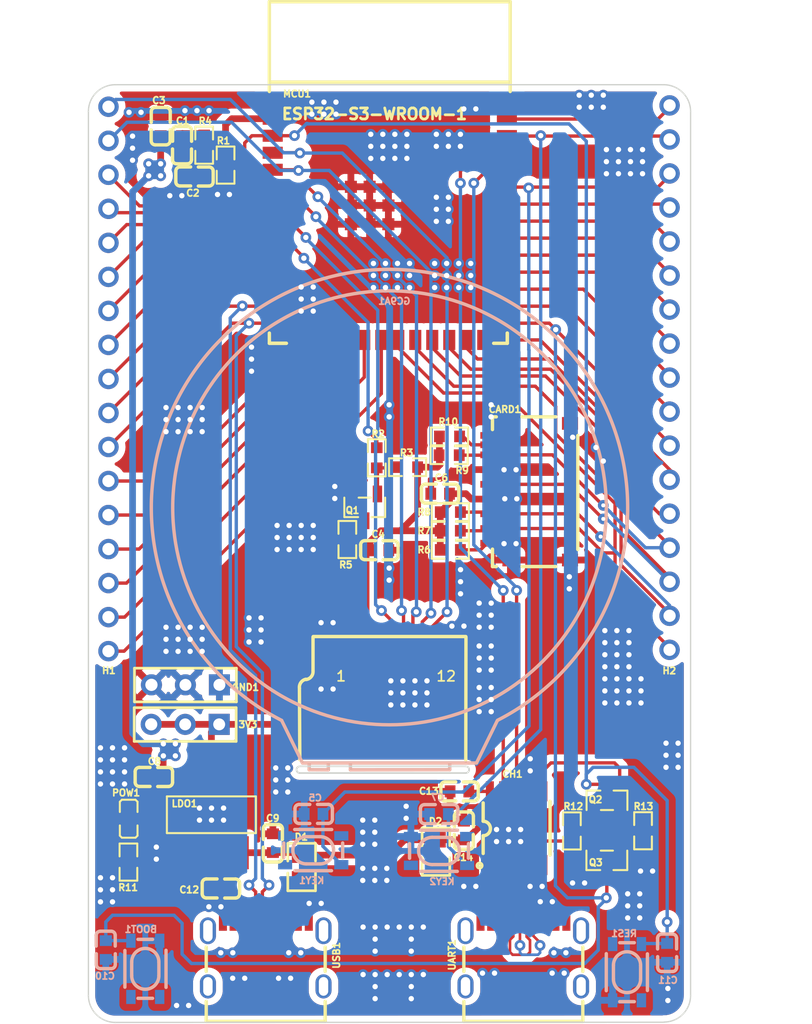
<source format=kicad_pcb>
(kicad_pcb (version 20211014) (generator pcbnew)
  (layers (0 "F.Cu" signal) (31 "B.Cu" signal) (34 "B.Paste" user) (35 "F.Paste" user) (36 "B.SilkS" user "B.Silkscreen") (37 "F.SilkS" user "F.Silkscreen") (38 "B.Mask" user) (39 "F.Mask" user) (44 "Edge.Cuts" user))
  (net 0 "")
  (net 1 "Net-(C13-Pad1)")
  (net 2 "/DTR")
  (net 3 "/RTS")
  (net 4 "/LEDK")
  (net 5 "Net-(Q1-Pad1)")
  (net 6 "Net-(Q1-Pad3)")
  (net 7 "Net-(Q2-Pad1)")
  (net 8 "Net-(Q3-Pad1)")
  (net 9 "VCC")
  (net 10 "/CHIP_PU")
  (net 11 "/GPIO4")
  (net 12 "/GPIO5")
  (net 13 "/GPIO6")
  (net 14 "/GPIO7")
  (net 15 "/GPIO15")
  (net 16 "/GPIO16")
  (net 17 "/GPIO17")
  (net 18 "/GPIO18")
  (net 19 "/GPIO8")
  (net 20 "/GPIO19")
  (net 21 "/GPIO20")
  (net 22 "/GPIO3")
  (net 23 "/GPIO46")
  (net 24 "/GPIO9")
  (net 25 "/GPIO10")
  (net 26 "/GPIO11")
  (net 27 "/GPIO12")
  (net 28 "/GPIO13")
  (net 29 "/GPIO14")
  (net 30 "/GPIO21")
  (net 31 "/GPIO47")
  (net 32 "/GPIO48")
  (net 33 "/GPIO45")
  (net 34 "/GPIO0")
  (net 35 "/GPIO35")
  (net 36 "/GPIO36")
  (net 37 "/GPIO37")
  (net 38 "/GPIO38")
  (net 39 "/GPIO39")
  (net 40 "/GPIO40")
  (net 41 "/GPIO41")
  (net 42 "/GPIO42")
  (net 43 "/GPIO2")
  (net 44 "/GPIO1")
  (net 45 "Net-(D1-Pad2)")
  (net 46 "GND")
  (net 47 "+5V")
  (net 49 "/D+")
  (net 50 "/D-")
  (net 54 "Net-(D2-Pad2)")
  (net 68 "Net-(POW1-Pad2)")
  (net 70 "/U0RX-")
  (net 71 "/U0TX+")
  (net 72 "Net-(CARD1-Pad1)")
  (net 73 "Net-(CARD1-Pad8)")
  (footprint "1.MyLibrary:R0603" (layer "F.Cu") (at 144.970318 100.266722 180)
    (fp_text reference "R10")
    (fp_text value "10k")
  )
  (footprint "1.MyLibrary:C0603" (layer "F.Cu") (at 146.045633 129.689967 90)
    (fp_text reference "C14")
    (fp_text value "0.1uf")
  )
  (footprint "1.MyLibrary:R0603" (layer "F.Cu") (at 137.336822 107.962991 -90)
    (fp_text reference "R5")
    (fp_text value "10")
  )
  (footprint "2.Lc_Lib:0805_R" (layer "F.Cu") (at 133.922155 132.41493 -90)
    (fp_text reference "D1")
    (fp_text value "1N5819")
  )
  (footprint "3.Header_Lib:HDR-F-2.54_1X3" (layer "F.Cu") (at 125.236822 118.812991 180)
    (fp_text reference "GND1")
    (fp_text value "Header_3")
  )
  (footprint "1.MyLibrary:ESOP-10_L4.9-W3.9-P1.00-LS6.2-BL-EP" (layer "F.Cu") (at 149.986822 129.512991)
    (fp_text reference "CH1")
    (fp_text value "CH340K")
  )
  (footprint "1.MyLibrary:TYPE-C-SMD_TYPE-CF3.1" (layer "F.Cu") (at 131.236822 138.960991)
    (fp_text reference "USB1")
    (fp_text value "TYPE-C-2.0-16PIN-SMT-3")
  )
  (footprint "1.MyLibrary:SOT-223-4_L6.5-W3.5-P2.30-LS7.0-BR" (layer "F.Cu") (at 127.177588 128.510127 -90)
    (fp_text reference "LDO1")
    (fp_text value "AMS1117-3.3V")
  )
  (footprint "1.MyLibrary:L0603" (layer "F.Cu") (at 120.986822 128.812991 -90)
    (fp_text reference "POW1")
    (fp_text value "LED")
  )
  (footprint "1.MyLibrary:C0603" (layer "F.Cu") (at 127.894728 134.017676)
    (fp_text reference "C12")
    (fp_text value "22uf")
  )
  (footprint "1.MyLibrary:R0603" (layer "F.Cu") (at 159.434515 129.704463 -90)
    (fp_text reference "R13")
    (fp_text value "10k")
  )
  (footprint "1.MyLibrary:C0603" (layer "F.Cu") (at 124.986822 78.512991 90)
    (fp_text reference "C1")
    (fp_text value "10uf")
  )
  (footprint "1.MyLibrary:TYPE-C-SMD_TYPE-CF3.1" (layer "F.Cu") (at 150.486822 138.960991)
    (fp_text reference "UART1")
    (fp_text value "TYPE-C-2.0-16PIN-SMT-3")
  )
  (footprint "1.MyLibrary:R0603" (layer "F.Cu") (at 139.536822 101.862991 -90)
    (fp_text reference "R2")
    (fp_text value "1k")
  )
  (footprint "1.MyLibrary:C0603" (layer "F.Cu") (at 139.736822 108.762991)
    (fp_text reference "C4")
    (fp_text value "0.1uf")
  )
  (footprint "3.Header_Lib:HEADER17" (layer "F.Cu") (at 119.486822 98.262991 180)
    (fp_text reference "H1")
    (fp_text value "Header_17")
  )
  (footprint "3.Header_Lib:HDR-F-2.54_1X3" (layer "F.Cu") (at 125.218593 121.762991 180)
    (fp_text reference "3V3")
    (fp_text value "Header_3")
  )
  (footprint "1.MyLibrary:C0603" (layer "F.Cu") (at 131.772225 130.63356 90)
    (fp_text reference "C9")
    (fp_text value "22uf")
  )
  (footprint "1.MyLibrary:ESP32-S3-WROOM-1" (layer "F.Cu") (at 131.508411 93.315032)
    (fp_text reference "MCU1")
    (fp_text value "ESP32-S3-WROOM-1")
  )
  (footprint "1.MyLibrary:TF-SMD_TF-018" (layer "F.Cu") (at 150.876 104.394 -90)
    (fp_text reference "CARD1")
    (fp_text value "TF-018")
  )
  (footprint "1.MyLibrary:R0603" (layer "F.Cu") (at 145.032493 108.735514 180)
    (fp_text reference "R6")
    (fp_text value "10k")
  )
  (footprint "1.MyLibrary:C0603" (layer "F.Cu") (at 144.272 104.545657)
    (fp_text reference "C6")
    (fp_text value "0.1uf")
  )
  (footprint "1.MyLibrary:R0603" (layer "F.Cu") (at 154.117167 129.719031 90)
    (fp_text reference "R12")
    (fp_text value "10k")
  )
  (footprint "1.MyLibrary:R0603" (layer "F.Cu") (at 145.029076 107.310439 180)
    (fp_text reference "R7")
    (fp_text value "10k")
  )
  (footprint "1.MyLibrary:SOT-23-3_L2.9-W1.3-P1.90-LS2.4-BR" (layer "F.Cu") (at 156.739421 127.431844 -90)
    (fp_text reference "Q2")
    (fp_text value "S8050")
  )
  (footprint "1.MyLibrary:C0603" (layer "F.Cu") (at 145.714319 126.765111 180)
    (fp_text reference "C13")
    (fp_text value "0.1uf")
  )
  (footprint "1.MyLibrary:R0603" (layer "F.Cu") (at 120.977452 132.044546 -90)
    (fp_text reference "R11")
    (fp_text value "680")
  )
  (footprint "3.Header_Lib:HEADER17" (layer "F.Cu") (at 161.417 98.163358 180)
    (fp_text reference "H2")
    (fp_text value "Header_17")
  )
  (footprint "1.MyLibrary:C0603" (layer "F.Cu") (at 122.870309 125.687392 180)
    (fp_text reference "C8")
    (fp_text value "22uf")
  )
  (footprint "1.MyLibrary:C0603" (layer "F.Cu") (at 125.922 80.865115)
    (fp_text reference "C2")
    (fp_text value "1uf")
  )
  (footprint "1.MyLibrary:R0603" (layer "F.Cu") (at 145.034 105.918 180)
    (fp_text reference "R8")
    (fp_text value "10k")
  )
  (footprint "1.MyLibrary:R0603" (layer "F.Cu") (at 144.945297 101.667878 180)
    (fp_text reference "R9")
    (fp_text value "10k")
  )
  (footprint "1.MyLibrary:R0603" (layer "F.Cu") (at 128.236822 80.012991 90)
    (fp_text reference "R1")
    (fp_text value "10k")
  )
  (footprint "1.MyLibrary:SOT-23-3_L2.9-W1.3-P1.90-LS2.4-BR" (layer "F.Cu") (at 156.728349 131.914139 90)
    (fp_text reference "Q3")
    (fp_text value "S8050")
  )
  (footprint "2.Lc_Lib:0805_R" (layer "F.Cu") (at 143.95713 131.266583 -90)
    (fp_text reference "D2")
    (fp_text value "1N5819")
  )
  (footprint "1.MyLibrary:R0603" (layer "F.Cu") (at 126.637889 78.524331 90)
    (fp_text reference "R4")
    (fp_text value "10k")
  )
  (footprint "1.MyLibrary:C0603" (layer "F.Cu") (at 123.386822 77.112991 -90)
    (fp_text reference "C3")
    (fp_text value "0.1uf")
  )
  (footprint "1.MyLibrary:SOT-23-3_L2.9-W1.3-P1.90-LS2.4-BR" (layer "F.Cu") (at 138.636822 105.562991 90)
    (fp_text reference "Q1")
    (fp_text value "S8050")
  )
  (footprint "1.MyLibrary:R0603" (layer "F.Cu") (at 141.836822 102.562991 180)
    (fp_text reference "R3")
    (fp_text value "10k")
  )
  (footprint "1.MyLibrary:C0603" (layer "B.Cu") (at 134.812582 128.451669 180)
    (fp_text reference "C5")
    (fp_text value "0.1uf")
  )
  (footprint "1.MyLibrary:TFT_1.28_GC9A01_CB0.8" (layer "B.Cu") (at 140.486822 105.596447 180)
    (fp_text reference "GC9A1")
    (fp_text value "TFT_1.28_GC9A01_CB0.8_COPY")
    (fp_line (start -5.7 -19.3) (end 6.7 -19.3) (layer "Edge.Cuts") (width 0.12))
    (fp_line (start -5.908 -19.689) (end -5.931 -19.646) (layer "Edge.Cuts") (width 0.12))
    (fp_line (start -5.908 -19.411) (end -5.877 -19.373) (layer "Edge.Cuts") (width 0.12))
    (fp_line (start -5.749 -19.795) (end -5.796 -19.781) (layer "Edge.Cuts") (width 0.12))
    (fp_line (start -5.877 -19.373) (end -5.839 -19.342) (layer "Edge.Cuts") (width 0.12))
    (fp_line (start 6.945 -19.599) (end 6.931 -19.646) (layer "Edge.Cuts") (width 0.12))
    (fp_line (start 6.749 -19.305) (end 6.796 -19.319) (layer "Edge.Cuts") (width 0.12))
    (fp_line (start -5.839 -19.342) (end -5.796 -19.319) (layer "Edge.Cuts") (width 0.12))
    (fp_line (start 6.796 -19.319) (end 6.839 -19.342) (layer "Edge.Cuts") (width 0.12))
    (fp_line (start 6.839 -19.342) (end 6.877 -19.373) (layer "Edge.Cuts") (width 0.12))
    (fp_line (start -5.796 -19.781) (end -5.839 -19.758) (layer "Edge.Cuts") (width 0.12))
    (fp_line (start 6.95 -19.55) (end 6.945 -19.599) (layer "Edge.Cuts") (width 0.12))
    (fp_line (start -5.945 -19.599) (end -5.95 -19.55) (layer "Edge.Cuts") (width 0.12))
    (fp_line (start 6.796 -19.781) (end 6.749 -19.795) (layer "Edge.Cuts") (width 0.12))
    (fp_line (start -5.931 -19.646) (end -5.945 -19.599) (layer "Edge.Cuts") (width 0.12))
    (fp_line (start -5.749 -19.305) (end -5.7 -19.3) (layer "Edge.Cuts") (width 0.12))
    (fp_line (start 6.839 -19.758) (end 6.796 -19.781) (layer "Edge.Cuts") (width 0.12))
    (fp_line (start 6.908 -19.411) (end 6.931 -19.454) (layer "Edge.Cuts") (width 0.12))
    (fp_line (start 6.945 -19.501) (end 6.95 -19.55) (layer "Edge.Cuts") (width 0.12))
    (fp_line (start 6.749 -19.795) (end 6.7 -19.8) (layer "Edge.Cuts") (width 0.12))
    (fp_line (start -5.95 -19.55) (end -5.945 -19.501) (layer "Edge.Cuts") (width 0.12))
    (fp_line (start -5.931 -19.454) (end -5.908 -19.411) (layer "Edge.Cuts") (width 0.12))
    (fp_line (start 6.931 -19.646) (end 6.908 -19.689) (layer "Edge.Cuts") (width 0.12))
    (fp_line (start 6.908 -19.689) (end 6.877 -19.727) (layer "Edge.Cuts") (width 0.12))
    (fp_line (start 6.931 -19.454) (end 6.945 -19.501) (layer "Edge.Cuts") (width 0.12))
    (fp_line (start -5.877 -19.727) (end -5.908 -19.689) (layer "Edge.Cuts") (width 0.12))
    (fp_line (start 6.877 -19.373) (end 6.908 -19.411) (layer "Edge.Cuts") (width 0.12))
    (fp_line (start -5.7 -19.8) (end -5.749 -19.795) (layer "Edge.Cuts") (width 0.12))
    (fp_line (start 6.877 -19.727) (end 6.839 -19.758) (layer "Edge.Cuts") (width 0.12))
    (fp_line (start 6.7 -19.3) (end 6.749 -19.305) (layer "Edge.Cuts") (width 0.12))
    (fp_line (start -5.945 -19.501) (end -5.931 -19.454) (layer "Edge.Cuts") (width 0.12))
    (fp_line (start -5.7 -19.3) (end -5.7 -19.3) (layer "Edge.Cuts") (width 0.12))
    (fp_line (start -5.796 -19.319) (end -5.749 -19.305) (layer "Edge.Cuts") (width 0.12))
    (fp_line (start 6.7 -19.8) (end -5.7 -19.8) (layer "Edge.Cuts") (width 0.12))
    (fp_line (start -5.839 -19.758) (end -5.877 -19.727) (layer "Edge.Cuts") (width 0.12))
  )
  (footprint "1.MyLibrary:C0603" (layer "B.Cu") (at 144.186822 128.462991 180)
    (fp_text reference "C7")
    (fp_text value "0.1uf")
  )
  (footprint "1.MyLibrary:C0603" (layer "B.Cu") (at 161.236822 138.823435 -90)
    (fp_text reference "C11")
    (fp_text value "0.1uf")
  )
  (footprint "1.MyLibrary:KEY-SMD_4P-L4.2-W3.2-P2.20-LS4.6" (layer "B.Cu") (at 122.236822 140.012991 -90)
    (fp_text reference "BOOT1")
    (fp_text value "KEY")
  )
  (footprint "1.MyLibrary:KEY-SMD_4P-L4.2-W3.2-P2.20-LS4.6" (layer "B.Cu") (at 158.236822 140.262991 90)
    (fp_text reference "RES1")
    (fp_text value "KEY")
  )
  (footprint "1.MyLibrary:C0603" (layer "B.Cu") (at 119.286786 138.608195 -90)
    (fp_text reference "C10")
    (fp_text value "0.1uf")
  )
  (footprint "1.MyLibrary:KEY-SMD_4P-L4.2-W3.2-P2.20-LS4.6" (layer "B.Cu") (at 144.186822 131.212991)
    (fp_text reference "KEY2")
    (fp_text value "KEY")
  )
  (footprint "1.MyLibrary:KEY-SMD_4P-L4.2-W3.2-P2.20-LS4.6" (layer "B.Cu") (at 134.786822 131.162991)
    (fp_text reference "KEY1")
    (fp_text value "KEY")
  )
  (gr_line (start 117.986822 142) (end 117.986822 76.012991) (layer "Edge.Cuts") (width 0.1))
  (gr_line (start 162.986822 76.012991) (end 162.986822 142) (layer "Edge.Cuts") (width 0.1))
  (gr_line (start 161 144) (end 120 144.012991) (layer "Edge.Cuts") (width 0.1))
  (gr_line (start 119.986822 74.012991) (end 160.986822 74.012991) (layer "Edge.Cuts") (width 0.1))
  (gr_arc (start 160.986822 74.012991) (mid 162.401036 74.598777) (end 162.986822 76.012991) (layer "Edge.Cuts") (width 0.1))
  (gr_arc (start 162.986822 142) (mid 162.404895 143.404895) (end 161 143.986822) (layer "Edge.Cuts") (width 0.1))
  (gr_arc (start 117.986822 76.012991) (mid 118.572608 74.598777) (end 119.986822 74.012991) (layer "Edge.Cuts") (width 0.1))
  (gr_arc (start 120 144.012991) (mid 118.5766 143.4234) (end 117.987009 142) (layer "Edge.Cuts") (width 0.1))
  (segment (start 146.414319 126.765111) (end 147.984702 126.765111) (width 0.25) (layer "F.Cu") (net 1))
  (segment (start 147.984702 126.765111) (end 147.986822 126.762991) (width 0.25) (layer "F.Cu") (net 1))
  (segment (start 150.986822 132.262991) (end 150.986822 130.74378) (width 0.25) (layer "F.Cu") (net 2))
  (segment (start 150.986822 130.74378) (end 151.263913 130.466689) (width 0.25) (layer "F.Cu") (net 2))
  (segment (start 151.269255 130.472031) (end 154.117167 130.472031) (width 0.25) (layer "F.Cu") (net 2))
  (segment (start 151.263913 130.466689) (end 151.269255 130.472031) (width 0.25) (layer "F.Cu") (net 2))
  (segment (start 155.336241 130.472031) (end 155.778349 130.914139) (width 0.25) (layer "F.Cu") (net 2))
  (segment (start 154.117167 130.472031) (end 155.336241 130.472031) (width 0.25) (layer "F.Cu") (net 2))
  (segment (start 157.689421 125.024886) (end 157.689421 128.431844) (width 0.25) (layer "F.Cu") (net 3))
  (segment (start 157.30421 124.639675) (end 157.689421 125.024886) (width 0.25) (layer "F.Cu") (net 3))
  (segment (start 151.986822 126.762991) (end 151.986822 125.207063) (width 0.25) (layer "F.Cu") (net 3))
  (segment (start 157.689421 128.431844) (end 158.20904 128.951463) (width 0.25) (layer "F.Cu") (net 3))
  (segment (start 158.20904 128.951463) (end 159.434515 128.951463) (width 0.25) (layer "F.Cu") (net 3))
  (segment (start 152.55421 124.639675) (end 157.30421 124.639675) (width 0.25) (layer "F.Cu") (net 3))
  (segment (start 151.986822 125.207063) (end 152.55421 124.639675) (width 0.25) (layer "F.Cu") (net 3))
  (segment (start 137.336822 108.715991) (end 137.336822 116.206447) (width 0.25) (layer "F.Cu") (net 4))
  (segment (start 141.030822 102.615991) (end 141.083822 102.562991) (width 0.25) (layer "F.Cu") (net 5))
  (segment (start 139.536822 102.615991) (end 141.030822 102.615991) (width 0.25) (layer "F.Cu") (net 5))
  (segment (start 139.586822 102.665991) (end 139.536822 102.615991) (width 0.25) (layer "F.Cu") (net 5))
  (segment (start 139.586822 104.562991) (end 139.586822 102.665991) (width 0.25) (layer "F.Cu") (net 5))
  (segment (start 138.636822 106.562991) (end 137.989822 107.209991) (width 0.25) (layer "F.Cu") (net 6))
  (segment (start 137.989822 107.209991) (end 137.336822 107.209991) (width 0.25) (layer "F.Cu") (net 6))
  (segment (start 154.117167 128.966031) (end 155.255234 128.966031) (width 0.25) (layer "F.Cu") (net 7))
  (segment (start 155.255234 128.966031) (end 155.789421 128.431844) (width 0.25) (layer "F.Cu") (net 7))
  (segment (start 158.135025 130.457463) (end 159.434515 130.457463) (width 0.25) (layer "F.Cu") (net 8))
  (segment (start 157.678349 130.914139) (end 158.135025 130.457463) (width 0.25) (layer "F.Cu") (net 8))
  (segment (start 127.177588 131.345127) (end 127.177588 134.000536) (width 0.5) (layer "F.Cu") (net 9))
  (segment (start 138.386822 117.097979) (end 138.320258 117.164543) (width 0.5) (layer "F.Cu") (net 9))
  (segment (start 138.036822 115.412991) (end 138.086822 115.362991) (width 0.5) (layer "F.Cu") (net 9))
  (segment (start 128.698781 76.551032) (end 131.758411 76.551032) (width 0.5) (layer "F.Cu") (net 9))
  (segment (start 125.019877 77.643824) (end 125.036921 77.660868) (width 0.5) (layer "F.Cu") (net 9))
  (segment (start 137.536822 121.762991) (end 127.758593 121.762991) (width 0.5) (layer "F.Cu") (net 9))
  (segment (start 127.177588 125.675127) (end 127.177588 122.343996) (width 0.5) (layer "F.Cu") (net 9))
  (segment (start 138.386822 116.412991) (end 138.386822 120.912991) (width 0.5) (layer "F.Cu") (net 9))
  (segment (start 139.036822 108.112991) (end 139.83949 107.310323) (width 0.5) (layer "F.Cu") (net 9))
  (segment (start 123.570309 125.687392) (end 127.165323 125.687392) (width 0.5) (layer "F.Cu") (net 9))
  (segment (start 142.234154 107.310323) (end 142.23427 107.310439) (width 0.5) (layer "F.Cu") (net 9))
  (segment (start 144.972 104.545657) (end 146.201657 104.545657) (width 0.5) (layer "F.Cu") (net 9))
  (segment (start 144.279493 108.735514) (end 144.279493 105.919507) (width 0.5) (layer "F.Cu") (net 9))
  (segment (start 144.972 105.227) (end 144.972 104.545657) (width 0.5) (layer "F.Cu") (net 9))
  (segment (start 127.165323 125.687392) (end 127.177588 125.675127) (width 0.5) (layer "F.Cu") (net 9))
  (segment (start 127.177588 122.343996) (end 127.758593 121.762991) (width 0.5) (layer "F.Cu") (net 9))
  (segment (start 123.570309 124.129504) (end 123.586822 124.112991) (width 0.5) (layer "F.Cu") (net 9))
  (segment (start 125.036921 77.660868) (end 126.527426 77.660868) (width 0.5) (layer "F.Cu") (net 9))
  (segment (start 138.736822 109.062991) (end 138.736822 116.206447) (width 0.5) (layer "F.Cu") (net 9))
  (segment (start 144.279493 105.919507) (end 144.281 105.918) (width 0.5) (layer "F.Cu") (net 9))
  (segment (start 142.23427 107.310439) (end 144.276076 107.310439) (width 0.5) (layer "F.Cu") (net 9))
  (segment (start 138.036822 116.206447) (end 138.036822 115.412991) (width 0.5) (layer "F.Cu") (net 9))
  (segment (start 138.036822 117.112991) (end 138.086822 117.162991) (width 0.5) (layer "F.Cu") (net 9))
  (segment (start 138.036822 116.206447) (end 138.036822 117.112991) (width 0.5) (layer "F.Cu") (net 9))
  (segment (start 139.036822 108.762991) (end 138.736822 109.062991) (width 0.5) (layer "F.Cu") (net 9))
  (segment (start 144.281 105.918) (end 144.972 105.227) (width 0.5) (layer "F.Cu") (net 9))
  (segment (start 144.272 102.362) (end 144.217318 102.307318) (width 0.5) (layer "F.Cu") (net 9))
  (segment (start 144.071009 102.562991) (end 144.272 102.362) (width 0.5) (layer "F.Cu") (net 9))
  (segment (start 146.6 104.944) (end 147.776 104.944) (width 0.5) (layer "F.Cu") (net 9))
  (segment (start 128.219482 79.277331) (end 128.236822 79.259991) (width 0.5) (layer "F.Cu") (net 9))
  (segment (start 123.386822 77.812991) (end 124.986822 77.812991) (width 0.5) (layer "F.Cu") (net 9))
  (segment (start 120.977452 132.797546) (end 122.197582 134.017676) (width 0.5) (layer "F.Cu") (net 9))
  (segment (start 142.589822 102.562991) (end 144.071009 102.562991) (width 0.5) (layer "F.Cu") (net 9))
  (segment (start 128.236822 79.259991) (end 128.236822 77.012991) (width 0.5) (layer "F.Cu") (net 9))
  (segment (start 142.589822 106.024369) (end 142.589822 102.562991) (width 0.5) (layer "F.Cu") (net 9))
  (segment (start 128.236822 77.012991) (end 128.698781 76.551032) (width 0.5) (layer "F.Cu") (net 9))
  (segment (start 141.292748 107.321443) (end 142.589822 106.024369) (width 0.5) (layer "F.Cu") (net 9))
  (segment (start 126.527426 77.660868) (end 126.637889 77.771331) (width 0.5) (layer "F.Cu") (net 9))
  (segment (start 139.83949 107.310323) (end 142.234154 107.310323) (width 0.5) (layer "F.Cu") (net 9))
  (segment (start 127.758593 121.762991) (end 122.678593 121.762991) (width 0.5) (layer "F.Cu") (net 9))
  (segment (start 127.177588 134.000536) (end 127.194728 134.017676) (width 0.5) (layer "F.Cu") (net 9))
  (segment (start 138.386822 115.362991) (end 138.386822 116.412991) (width 0.5) (layer "F.Cu") (net 9))
  (segment (start 126.637889 79.277331) (end 128.219482 79.277331) (width 0.5) (layer "F.Cu") (net 9))
  (segment (start 139.036822 108.762991) (end 139.036822 108.112991) (width 0.5) (layer "F.Cu") (net 9))
  (segment (start 123.386822 77.812991) (end 123.386822 79.912991) (width 0.5) (layer "F.Cu") (net 9))
  (segment (start 138.736822 116.997918) (end 138.745153 117.006249) (width 0.5) (layer "F.Cu") (net 9))
  (segment (start 138.736822 116.206447) (end 138.736822 116.997918) (width 0.5) (layer "F.Cu") (net 9))
  (segment (start 138.086822 115.362991) (end 138.386822 115.362991) (width 0.5) (layer "F.Cu") (net 9))
  (segment (start 123.570309 125.687392) (end 123.570309 124.129504) (width 0.5) (layer "F.Cu") (net 9))
  (segment (start 146.201657 104.545657) (end 146.6 104.944) (width 0.5) (layer "F.Cu") (net 9))
  (segment (start 144.217318 102.307318) (end 144.217318 100.266722) (width 0.5) (layer "F.Cu") (net 9))
  (segment (start 138.386822 120.912991) (end 137.536822 121.762991) (width 0.5) (layer "F.Cu") (net 9))
  (segment (start 122.197582 134.017676) (end 127.194728 134.017676) (width 0.5) (layer "F.Cu") (net 9))
  (segment (start 138.745153 117.006249) (end 138.586859 117.164543) (width 0.5) (layer "F.Cu") (net 9))
  (segment (start 138.386822 116.412991) (end 138.386822 117.097979) (width 0.5) (layer "F.Cu") (net 9))
  (segment (start 138.586859 117.164543) (end 138.320258 117.164543) (width 0.5) (layer "F.Cu") (net 9))
  (via (at 123.386822 80.812991) (size 0.8) (drill 0.4) (layers "F.Cu" "B.Cu") (net 9))
  (via (at 122.486822 80.812991) (size 0.8) (drill 0.4) (layers "F.Cu" "B.Cu") (net 9))
  (via (at 124.486822 124.112991) (size 0.8) (drill 0.4) (layers "F.Cu" "B.Cu") (net 9))
  (via (at 124.486822 123.212991) (size 0.8) (drill 0.4) (layers "F.Cu" "B.Cu") (net 9))
  (via (at 123.586822 124.112991) (size 0.8) (drill 0.4) (layers "F.Cu" "B.Cu") (net 9))
  (via (at 123.386822 79.912991) (size 0.8) (drill 0.4) (layers "F.Cu" "B.Cu") (net 9))
  (via (at 123.586822 123.212991) (size 0.8) (drill 0.4) (layers "F.Cu" "B.Cu") (net 9))
  (via (at 122.486822 79.912991) (size 0.8) (drill 0.4) (layers "F.Cu" "B.Cu") (net 9))
  (segment (start 122.486822 79.912991) (end 123.386822 79.912991) (width 0.5) (layer "B.Cu") (net 9))
  (segment (start 124.486822 124.112991) (end 124.486822 123.212991) (width 0.5) (layer "B.Cu") (net 9))
  (segment (start 123.586822 124.112991) (end 124.486822 123.212991) (width 0.5) (layer "B.Cu") (net 9))
  (segment (start 123.386822 79.912991) (end 122.486822 80.812991) (width 0.5) (layer "B.Cu") (net 9))
  (segment (start 123.386822 79.912991) (end 123.386822 80.812991) (width 0.5) (layer "B.Cu") (net 9))
  (segment (start 124.486822 124.112991) (end 123.586822 124.112991) (width 0.5) (layer "B.Cu") (net 9))
  (segment (start 122.486822 79.912991) (end 123.386822 80.812991) (width 0.5) (layer "B.Cu") (net 9))
  (segment (start 123.586822 123.212991) (end 124.486822 124.112991) (width 0.5) (layer "B.Cu") (net 9))
  (segment (start 122.486822 79.912991) (end 122.486822 80.812991) (width 0.5) (layer "B.Cu") (net 9))
  (segment (start 121.286822 82.012991) (end 122.486822 80.812991) (width 0.5) (layer "B.Cu") (net 9))
  (segment (start 123.586822 123.212991) (end 122.086822 123.212991) (width 0.5) (layer "B.Cu") (net 9))
  (segment (start 124.486822 123.212991) (end 123.586822 123.212991) (width 0.5) (layer "B.Cu") (net 9))
  (segment (start 123.586822 123.212991) (end 123.586822 124.112991) (width 0.5) (layer "B.Cu") (net 9))
  (segment (start 121.286822 122.412991) (end 121.286822 82.012991) (width 0.5) (layer "B.Cu") (net 9))
  (segment (start 123.386822 80.812991) (end 122.486822 80.812991) (width 0.5) (layer "B.Cu") (net 9))
  (segment (start 122.086822 123.212991) (end 121.286822 122.412991) (width 0.5) (layer "B.Cu") (net 9))
  (segment (start 133.378781 77.821032) (end 131.758411 77.821032) (width 0.25) (layer "F.Cu") (net 10))
  (segment (start 156.545577 126.238) (end 156.739421 126.431844) (width 0.25) (layer "F.Cu") (net 10))
  (segment (start 131.758411 77.821032) (end 130.204968 77.821032) (width 0.25) (layer "F.Cu") (net 10))
  (segment (start 129.667 78.359) (end 129.667 80.391) (width 0.25) (layer "F.Cu") (net 10))
  (segment (start 155.194 126.238) (end 156.545577 126.238) (width 0.25) (layer "F.Cu") (net 10))
  (segment (start 129.192885 80.865115) (end 126.622 80.865115) (width 0.25) (layer "F.Cu") (net 10))
  (segment (start 133.386822 77.812991) (end 133.378781 77.821032) (width 0.25) (layer "F.Cu") (net 10))
  (segment (start 130.204968 77.821032) (end 129.667 78.359) (width 0.25) (layer "F.Cu") (net 10))
  (segment (start 129.667 80.391) (end 129.192885 80.865115) (width 0.25) (layer "F.Cu") (net 10))
  (via (at 133.386822 77.812991) (size 0.8) (drill 0.4) (layers "F.Cu" "B.Cu") (net 10))
  (via (at 161.237353 136.512991) (size 0.8) (drill 0.4) (layers "F.Cu" "B.Cu") (net 10))
  (via (at 155.194 126.238) (size 0.8) (drill 0.4) (layers "F.Cu" "B.Cu") (net 10))
  (segment (start 161.237353 136.512991) (end 161.236822 136.513522) (width 0.25) (layer "B.Cu") (net 10))
  (segment (start 161.236822 138.123435) (end 159.351378 138.123435) (width 0.25) (layer "B.Cu") (net 10))
  (segment (start 155.702 124.968) (end 155.194 125.476) (width 0.25) (layer "B.Cu") (net 10))
  (segment (start 161.237353 127.455353) (end 158.75 124.968) (width 0.25) (layer "B.Cu") (net 10))
  (segment (start 133.386822 77.812991) (end 134.286822 76.912991) (width 0.25) (layer "B.Cu") (net 10))
  (segment (start 134.362208 76.912991) (end 134.386719 76.937502) (width 0.25) (layer "B.Cu") (net 10))
  (segment (start 159.351378 138.123435) (end 159.311822 138.162991) (width 0.25) (layer "B.Cu") (net 10))
  (segment (start 155.194 125.476) (end 155.194 126.238) (width 0.25) (layer "B.Cu") (net 10))
  (segment (start 161.236822 136.513522) (end 161.236822 138.123435) (width 0.25) (layer "B.Cu") (net 10))
  (segment (start 134.286822 76.912991) (end 134.362208 76.912991) (width 0.25) (layer "B.Cu") (net 10))
  (segment (start 155.194 78.232) (end 153.899502 76.937502) (width 0.25) (layer "B.Cu") (net 10))
  (segment (start 158.75 124.968) (end 155.702 124.968) (width 0.25) (layer "B.Cu") (net 10))
  (segment (start 155.194 126.238) (end 155.194 78.232) (width 0.25) (layer "B.Cu") (net 10))
  (segment (start 134.386719 76.937502) (end 153.899502 76.937502) (width 0.25) (layer "B.Cu") (net 10))
  (segment (start 161.237353 136.512991) (end 161.237353 127.455353) (width 0.25) (layer "B.Cu") (net 10))
  (segment (start 133.764863 79.091032) (end 133.786822 79.112991) (width 0.25) (layer "F.Cu") (net 11))
  (segment (start 143.636822 114.512991) (end 144.786822 113.362991) (width 0.25) (layer "F.Cu") (net 11))
  (segment (start 143.636822 116.206447) (end 143.636822 114.512991) (width 0.25) (layer "F.Cu") (net 11))
  (segment (start 131.758411 79.091032) (end 133.764863 79.091032) (width 0.25) (layer "F.Cu") (net 11))
  (via (at 133.786822 79.112991) (size 0.8) (drill 0.4) (layers "F.Cu" "B.Cu") (net 11))
  (via (at 144.786822 113.362991) (size 0.8) (drill 0.4) (layers "F.Cu" "B.Cu") (net 11))
  (segment (start 133.764863 79.091032) (end 132.564863 79.091032) (width 0.25) (layer "B.Cu") (net 11))
  (segment (start 136.955102 79.112991) (end 144.786822 86.944711) (width 0.25) (layer "B.Cu") (net 11))
  (segment (start 133.786822 79.112991) (end 136.955102 79.112991) (width 0.25) (layer "B.Cu") (net 11))
  (segment (start 128.586822 75.112991) (end 120.030822 75.112991) (width 0.25) (layer "B.Cu") (net 11))
  (segment (start 133.786822 79.112991) (end 133.764863 79.091032) (width 0.25) (layer "B.Cu") (net 11))
  (segment (start 120.030822 75.112991) (end 119.486822 75.656991) (width 0.25) (layer "B.Cu") (net 11))
  (segment (start 144.786822 86.944711) (end 144.786822 113.362991) (width 0.25) (layer "B.Cu") (net 11))
  (segment (start 132.564863 79.091032) (end 128.586822 75.112991) (width 0.25) (layer "B.Cu") (net 11))
  (segment (start 142.936822 116.206447) (end 142.936822 114.112991) (width 0.25) (layer "F.Cu") (net 12))
  (segment (start 142.936822 114.112991) (end 143.586822 113.462991) (width 0.25) (layer "F.Cu") (net 12))
  (segment (start 133.634863 80.361032) (end 133.686822 80.412991) (width 0.25) (layer "F.Cu") (net 12))
  (segment (start 131.758411 80.361032) (end 133.634863 80.361032) (width 0.25) (layer "F.Cu") (net 12))
  (via (at 143.586822 113.462991) (size 0.8) (drill 0.4) (layers "F.Cu" "B.Cu") (net 12))
  (via (at 133.686822 80.412991) (size 0.8) (drill 0.4) (layers "F.Cu" "B.Cu") (net 12))
  (segment (start 133.686822 80.412991) (end 135.986822 80.412991) (width 0.25) (layer "B.Cu") (net 12))
  (segment (start 135.986822 80.412991) (end 143.586822 88.012991) (width 0.25) (layer "B.Cu") (net 12))
  (segment (start 132.286822 80.412991) (end 128.686822 76.812991) (width 0.25) (layer "B.Cu") (net 12))
  (segment (start 143.586822 88.012991) (end 143.586822 113.462991) (width 0.25) (layer "B.Cu") (net 12))
  (segment (start 133.686822 80.412991) (end 132.286822 80.412991) (width 0.25) (layer "B.Cu") (net 12))
  (segment (start 120.870822 76.812991) (end 119.486822 78.196991) (width 0.25) (layer "B.Cu") (net 12))
  (segment (start 128.686822 76.812991) (end 120.870822 76.812991) (width 0.25) (layer "B.Cu") (net 12))
  (segment (start 121.807831 83.058) (end 129.752421 83.058) (width 0.25) (layer "F.Cu") (net 13))
  (segment (start 131.758411 81.631032) (end 134.379362 81.631032) (width 0.25) (layer "F.Cu") (net 13))
  (segment (start 119.486822 80.736991) (end 121.807831 83.058) (width 0.25) (layer "F.Cu") (net 13))
  (segment (start 135.12357 82.37524) (end 135.136067 82.37524) (width 0.25) (layer "F.Cu") (net 13))
  (segment (start 142.236822 113.612991) (end 142.486822 113.362991) (width 0.25) (layer "F.Cu") (net 13))
  (segment (start 129.752421 83.058) (end 131.179389 81.631032) (width 0.25) (layer "F.Cu") (net 13))
  (segment (start 131.179389 81.631032) (end 131.758411 81.631032) (width 0.25) (layer "F.Cu") (net 13))
  (segment (start 142.236822 116.206447) (end 142.236822 113.612991) (width 0.25) (layer "F.Cu") (net 13))
  (segment (start 134.379362 81.631032) (end 135.12357 82.37524) (width 0.25) (layer "F.Cu") (net 13))
  (via (at 135.136067 82.37524) (size 0.8) (drill 0.4) (layers "F.Cu" "B.Cu") (net 13))
  (via (at 142.486822 113.362991) (size 0.8) (drill 0.4) (layers "F.Cu" "B.Cu") (net 13))
  (segment (start 135.136067 82.37524) (end 135.136067 82.396681) (width 0.25) (layer "B.Cu") (net 13))
  (segment (start 142.504751 113.345062) (end 142.486822 113.362991) (width 0.25) (layer "B.Cu") (net 13))
  (segment (start 142.504751 89.765365) (end 142.504751 113.345062) (width 0.25) (layer "B.Cu") (net 13))
  (segment (start 135.136067 82.396681) (end 142.504751 89.765365) (width 0.25) (layer "B.Cu") (net 13))
  (segment (start 130.966968 82.901032) (end 130.302 83.566) (width 0.25) (layer "F.Cu") (net 14))
  (segment (start 119.775831 83.566) (end 119.486822 83.276991) (width 0.25) (layer "F.Cu") (net 14))
  (segment (start 134.024863 82.901032) (end 134.986822 83.862991) (width 0.25) (layer "F.Cu") (net 14))
  (segment (start 141.536822 113.412991) (end 141.386822 113.262991) (width 0.25) (layer "F.Cu") (net 14))
  (segment (start 131.758411 82.901032) (end 130.966968 82.901032) (width 0.25) (layer "F.Cu") (net 14))
  (segment (start 141.536822 116.206447) (end 141.536822 113.412991) (width 0.25) (layer "F.Cu") (net 14))
  (segment (start 130.302 83.566) (end 119.775831 83.566) (width 0.25) (layer "F.Cu") (net 14))
  (segment (start 131.758411 82.901032) (end 134.024863 82.901032) (width 0.25) (layer "F.Cu") (net 14))
  (via (at 141.386822 113.262991) (size 0.8) (drill 0.4) (layers "F.Cu" "B.Cu") (net 14))
  (via (at 134.986822 83.862991) (size 0.8) (drill 0.4) (layers "F.Cu" "B.Cu") (net 14))
  (segment (start 134.986822 83.912991) (end 134.986822 83.862991) (width 0.25) (layer "B.Cu") (net 14))
  (segment (start 141.386822 90.312991) (end 134.986822 83.912991) (width 0.25) (layer "B.Cu") (net 14))
  (segment (start 141.386822 113.262991) (end 141.386822 90.312991) (width 0.25) (layer "B.Cu") (net 14))
  (segment (start 140.836822 116.206447) (end 140.836822 114.212991) (width 0.25) (layer "F.Cu") (net 15))
  (segment (start 131.758411 84.171032) (end 132.994863 84.171032) (width 0.25) (layer "F.Cu") (net 15))
  (segment (start 131.758411 84.171032) (end 131.474443 84.455) (width 0.25) (layer "F.Cu") (net 15))
  (segment (start 131.474443 84.455) (end 120.848813 84.455) (width 0.25) (layer "F.Cu") (net 15))
  (segment (start 140.836822 114.212991) (end 139.886822 113.262991) (width 0.25) (layer "F.Cu") (net 15))
  (segment (start 132.994863 84.171032) (end 134.236822 85.412991) (width 0.25) (layer "F.Cu") (net 15))
  (segment (start 120.848813 84.455) (end 119.486822 85.816991) (width 0.25) (layer "F.Cu") (net 15))
  (segment (start 134.236822 85.412991) (end 134.286822 85.462991) (width 0.25) (layer "F.Cu") (net 15))
  (via (at 134.236822 85.412991) (size 0.8) (drill 0.4) (layers "F.Cu" "B.Cu") (net 15))
  (via (at 139.886822 113.262991) (size 0.8) (drill 0.4) (layers "F.Cu" "B.Cu") (net 15))
  (segment (start 134.236822 85.412991) (end 134.236822 85.471453) (width 0.25) (layer "B.Cu") (net 15))
  (segment (start 139.611333 100.163094) (end 139.446 100.328427) (width 0.25) (layer "B.Cu") (net 15))
  (segment (start 139.446 112.822169) (end 139.886822 113.262991) (width 0.25) (layer "B.Cu") (net 15))
  (segment (start 139.446 100.328427) (end 139.446 112.822169) (width 0.25) (layer "B.Cu") (net 15))
  (segment (start 134.236822 85.471453) (end 139.611333 90.845964) (width 0.25) (layer "B.Cu") (net 15))
  (segment (start 139.611333 90.845964) (end 139.611333 100.163094) (width 0.25) (layer "B.Cu") (net 15))
  (segment (start 122.402781 85.441032) (end 119.486822 88.356991) (width 0.25) (layer "F.Cu") (net 16))
  (segment (start 139.536822 100.512991) (end 139.536822 101.109991) (width 0.25) (layer "F.Cu") (net 16))
  (segment (start 131.758411 85.441032) (end 132.614863 85.441032) (width 0.25) (layer "F.Cu") (net 16))
  (segment (start 132.614863 85.441032) (end 134.086822 86.912991) (width 0.25) (layer "F.Cu") (net 16))
  (segment (start 138.886822 99.862991) (end 139.536822 100.512991) (width 0.25) (layer "F.Cu") (net 16))
  (segment (start 131.758411 85.441032) (end 122.402781 85.441032) (width 0.25) (layer "F.Cu") (net 16))
  (segment (start 134.086822 86.912991) (end 134.086822 86.962991) (width 0.25) (layer "F.Cu") (net 16))
  (via (at 134.086822 86.962991) (size 0.8) (drill 0.4) (layers "F.Cu" "B.Cu") (net 16))
  (via (at 138.886822 99.862991) (size 0.8) (drill 0.4) (layers "F.Cu" "B.Cu") (net 16))
  (segment (start 138.886822 91.762991) (end 134.086822 86.962991) (width 0.25) (layer "B.Cu") (net 16))
  (segment (start 138.886822 99.862991) (end 138.886822 91.762991) (width 0.25) (layer "B.Cu") (net 16))
  (segment (start 131.758411 86.711032) (end 123.672781 86.711032) (width 0.25) (layer "F.Cu") (net 17))
  (segment (start 123.672781 86.711032) (end 119.486822 90.896991) (width 0.25) (layer "F.Cu") (net 17))
  (segment (start 124.942781 87.981032) (end 119.486822 93.436991) (width 0.25) (layer "F.Cu") (net 18))
  (segment (start 131.758411 87.981032) (end 124.942781 87.981032) (width 0.25) (layer "F.Cu") (net 18))
  (segment (start 131.758411 89.251032) (end 126.212781 89.251032) (width 0.25) (layer "F.Cu") (net 19))
  (segment (start 126.212781 89.251032) (end 119.486822 95.976991) (width 0.25) (layer "F.Cu") (net 19))
  (segment (start 131.486822 138.012991) (end 131.486822 136.597991) (width 0.25) (layer "F.Cu") (net 20))
  (segment (start 128.254781 90.545032) (end 127.458781 90.545032) (width 0.25) (layer "F.Cu") (net 20))
  (segment (start 127.458781 90.545032) (end 119.486822 98.516991) (width 0.25) (layer "F.Cu") (net 20))
  (segment (start 131.236822 138.262991) (end 131.486822 138.012991) (width 0.25) (layer "F.Cu") (net 20))
  (segment (start 130.486822 136.597991) (end 130.486822 138.012991) (width 0.25) (layer "F.Cu") (net 20))
  (segment (start 129.986822 133.762991) (end 130.486822 134.262991) (width 0.25) (layer "F.Cu") (net 20))
  (segment (start 130.486822 134.262991) (end 130.486822 136.597991) (width 0.25) (layer "F.Cu") (net 20))
  (segment (start 130.736822 138.262991) (end 131.236822 138.262991) (width 0.25) (layer "F.Cu") (net 20))
  (segment (start 130.486822 138.012991) (end 130.736822 138.262991) (width 0.25) (layer "F.Cu") (net 20))
  (segment (start 131.758411 90.545032) (end 128.254781 90.545032) (width 0.25) (layer "F.Cu") (net 20))
  (via (at 129.986822 133.762991) (size 0.8) (drill 0.4) (layers "F.Cu" "B.Cu") (net 20))
  (via (at 129.486822 90.528173) (size 0.8) (drill 0.4) (layers "F.Cu" "B.Cu") (net 20))
  (segment (start 128.586822 116.212991) (end 130.486822 118.112991) (width 0.25) (layer "B.Cu") (net 20))
  (segment (start 128.586822 91.428173) (end 128.586822 116.212991) (width 0.25) (layer "B.Cu") (net 20))
  (segment (start 130.486822 118.112991) (end 130.486822 133.262991) (width 0.25) (layer "B.Cu") (net 20))
  (segment (start 130.486822 133.262991) (end 129.986822 133.762991) (width 0.25) (layer "B.Cu") (net 20))
  (segment (start 129.486822 90.528173) (end 128.586822 91.428173) (width 0.25) (layer "B.Cu") (net 20))
  (segment (start 131.758411 91.815032) (end 129.988863 91.815032) (width 0.25) (layer "F.Cu") (net 21))
  (segment (start 130.986822 135.262991) (end 131.236822 135.012991) (width 0.25) (layer "F.Cu") (net 21))
  (segment (start 130.986822 135.262991) (end 130.986822 134.262991) (width 0.25) (layer "F.Cu") (net 21))
  (segment (start 129.986822 91.812991) (end 128.730822 91.812991) (width 0.25) (layer "F.Cu") (net 21))
  (segment (start 128.730822 91.812991) (end 119.486822 101.056991) (width 0.25) (layer "F.Cu") (net 21))
  (segment (start 131.736822 135.012991) (end 131.986822 135.262991) (width 0.25) (layer "F.Cu") (net 21))
  (segment (start 131.236822 135.012991) (end 131.736822 135.012991) (width 0.25) (layer "F.Cu") (net 21))
  (segment (start 130.986822 136.597991) (end 130.986822 135.262991) (width 0.25) (layer "F.Cu") (net 21))
  (segment (start 131.486822 133.762991) (end 130.986822 134.262991) (width 0.25) (layer "F.Cu") (net 21))
  (segment (start 131.986822 135.262991) (end 131.986822 136.597991) (width 0.25) (layer "F.Cu") (net 21))
  (segment (start 129.988863 91.815032) (end 129.986822 91.812991) (width 0.25) (layer "F.Cu") (net 21))
  (via (at 129.986822 91.812991) (size 0.8) (drill 0.4) (layers "F.Cu" "B.Cu") (net 21))
  (via (at 131.486822 133.762991) (size 0.8) (drill 0.4) (layers "F.Cu" "B.Cu") (net 21))
  (segment (start 129.036342 92.763471) (end 129.036342 115.962511) (width 0.25) (layer "B.Cu") (net 21))
  (segment (start 130.986822 117.912991) (end 130.986822 133.262991) (width 0.25) (layer "B.Cu") (net 21))
  (segment (start 130.986822 133.262991) (end 131.486822 133.762991) (width 0.25) (layer "B.Cu") (net 21))
  (segment (start 129.036342 115.962511) (end 130.986822 117.912991) (width 0.25) (layer "B.Cu") (net 21))
  (segment (start 129.986822 91.812991) (end 129.036342 92.763471) (width 0.25) (layer "B.Cu") (net 21))
  (segment (start 133.523411 93.065032) (end 133.523411 94.026402) (width 0.25) (layer "F.Cu") (net 22))
  (segment (start 123.952822 103.596991) (end 119.486822 103.596991) (width 0.25) (layer "F.Cu") (net 22))
  (segment (start 133.523411 94.026402) (end 123.952822 103.596991) (width 0.25) (layer "F.Cu") (net 22))
  (segment (start 134.793411 94.156402) (end 122.812822 106.136991) (width 0.25) (layer "F.Cu") (net 23))
  (segment (start 134.793411 93.065032) (end 134.793411 94.156402) (width 0.25) (layer "F.Cu") (net 23))
  (segment (start 122.812822 106.136991) (end 119.486822 106.136991) (width 0.25) (layer "F.Cu") (net 23))
  (segment (start 121.772822 108.676991) (end 119.486822 108.676991) (width 0.25) (layer "F.Cu") (net 24))
  (segment (start 136.063411 93.065032) (end 136.063411 94.386402) (width 0.25) (layer "F.Cu") (net 24))
  (segment (start 136.063411 94.386402) (end 121.772822 108.676991) (width 0.25) (layer "F.Cu") (net 24))
  (segment (start 137.333411 93.065032) (end 137.333411 94.716402) (width 0.25) (layer "F.Cu") (net 25))
  (segment (start 137.333411 94.716402) (end 120.832822 111.216991) (width 0.25) (layer "F.Cu") (net 25))
  (segment (start 120.832822 111.216991) (end 119.486822 111.216991) (width 0.25) (layer "F.Cu") (net 25))
  (segment (start 120.692822 113.756991) (end 119.486822 113.756991) (width 0.25) (layer "F.Cu") (net 26))
  (segment (start 138.603411 95.846402) (end 120.692822 113.756991) (width 0.25) (layer "F.Cu") (net 26))
  (segment (start 138.603411 93.065032) (end 138.603411 95.846402) (width 0.25) (layer "F.Cu") (net 26))
  (segment (start 119.486822 116.296991) (end 120.652822 116.296991) (width 0.25) (layer "F.Cu") (net 27))
  (segment (start 139.873411 97.076402) (end 139.873411 93.065032) (width 0.25) (layer "F.Cu") (net 27))
  (segment (start 120.652822 116.296991) (end 139.873411 97.076402) (width 0.25) (layer "F.Cu") (net 27))
  (segment (start 157.34296 108.84904) (end 157.34296 111.967302) (width 0.25) (layer "F.Cu") (net 28))
  (segment (start 157.226 108.966) (end 157.34296 108.84904) (width 0.25) (layer "F.Cu") (net 28))
  (segment (start 157.34296 111.967302) (end 161.573016 116.197358) (width 0.25) (layer "F.Cu") (net 28))
  (segment (start 144.527357 97.028) (end 149.098 97.028) (width 0.25) (layer "F.Cu") (net 28))
  (segment (start 156.455386 108.966) (end 157.226 108.966) (width 0.25) (layer "F.Cu") (net 28))
  (segment (start 141.143411 93.065032) (end 141.143411 93.644054) (width 0.25) (layer "F.Cu") (net 28))
  (segment (start 141.143411 93.644054) (end 144.527357 97.028) (width 0.25) (layer "F.Cu") (net 28))
  (segment (start 157.34296 105.27296) (end 157.34296 108.84904) (width 0.25) (layer "F.Cu") (net 28))
  (segment (start 147.609561 107.310439) (end 147.776 107.144) (width 0.25) (layer "F.Cu") (net 28))
  (segment (start 156.455386 108.966) (end 154.633386 107.144) (width 0.25) (layer "F.Cu") (net 28))
  (segment (start 145.782076 107.310439) (end 147.609561 107.310439) (width 0.25) (layer "F.Cu") (net 28))
  (segment (start 149.098 97.028) (end 157.34296 105.27296) (width 0.25) (layer "F.Cu") (net 28))
  (segment (start 154.633386 107.144) (end 147.776 107.144) (width 0.25) (layer "F.Cu") (net 28))
  (segment (start 142.413411 93.065032) (end 142.413411 93.644054) (width 0.25) (layer "F.Cu") (net 29))
  (segment (start 156.2608 107.746815) (end 154.557985 106.044) (width 0.25) (layer "F.Cu") (net 29))
  (segment (start 152.908 100.076) (end 157.79248 104.96048) (width 0.25) (layer "F.Cu") (net 29))
  (segment (start 147.65 105.918) (end 147.776 106.044) (width 0.25) (layer "F.Cu") (net 29))
  (segment (start 145.787 105.918) (end 147.65 105.918) (width 0.25) (layer "F.Cu") (net 29))
  (segment (start 157.79248 109.876822) (end 161.573016 113.657358) (width 0.25) (layer "F.Cu") (net 29))
  (segment (start 151.384 96.52) (end 152.908 98.044) (width 0.25) (layer "F.Cu") (net 29))
  (segment (start 157.79248 104.96048) (end 157.79248 109.876822) (width 0.25) (layer "F.Cu") (net 29))
  (segment (start 142.413411 93.644054) (end 145.289357 96.52) (width 0.25) (layer "F.Cu") (net 29))
  (segment (start 152.908 98.044) (end 152.908 100.076) (width 0.25) (layer "F.Cu") (net 29))
  (segment (start 154.557985 106.044) (end 147.776 106.044) (width 0.25) (layer "F.Cu") (net 29))
  (segment (start 145.289357 96.52) (end 151.384 96.52) (width 0.25) (layer "F.Cu") (net 29))
  (via (at 156.2608 107.746815) (size 0.8) (drill 0.3) (layers "F.Cu" "B.Cu") (net 29))
  (segment (start 156.2608 107.746815) (end 156.273702 107.746815) (width 0.25) (layer "B.Cu") (net 29))
  (segment (start 156.273702 107.746815) (end 161.417 112.890113) (width 0.25) (layer "B.Cu") (net 29))
  (segment (start 161.417 112.890113) (end 161.417 113.657358) (width 0.25) (layer "B.Cu") (net 29))
  (segment (start 145.797357 95.758) (end 152.146 95.758) (width 0.25) (layer "F.Cu") (net 30))
  (segment (start 143.683411 93.644054) (end 145.797357 95.758) (width 0.25) (layer "F.Cu") (net 30))
  (segment (start 158.242 101.854) (end 158.242 107.614171) (width 0.25) (layer "F.Cu") (net 30))
  (segment (start 143.683411 93.065032) (end 143.683411 93.644054) (width 0.25) (layer "F.Cu") (net 30))
  (segment (start 156.464 106.426) (end 156.446788 106.426) (width 0.25) (layer "F.Cu") (net 30))
  (segment (start 161.573016 110.945187) (end 161.573016 111.117358) (width 0.25) (layer "F.Cu") (net 30))
  (segment (start 156.446788 106.426) (end 153.864788 103.844) (width 0.25) (layer "F.Cu") (net 30))
  (segment (start 158.242 107.614171) (end 161.573016 110.945187) (width 0.25) (layer "F.Cu") (net 30))
  (segment (start 153.864788 103.844) (end 147.776 103.844) (width 0.25) (layer "F.Cu") (net 30))
  (segment (start 152.146 95.758) (end 158.242 101.854) (width 0.25) (layer "F.Cu") (net 30))
  (via (at 156.464 106.426) (size 0.8) (drill 0.3) (layers "F.Cu" "B.Cu") (net 30))
  (segment (start 156.725642 106.426) (end 161.417 111.117358) (width 0.25) (layer "B.Cu") (net 30))
  (segment (start 156.464 106.426) (end 156.725642 106.426) (width 0.25) (layer "B.Cu") (net 30))
  (segment (start 158.80848 105.812822) (end 161.573016 108.577358) (width 0.25) (layer "F.Cu") (net 31))
  (segment (start 156.43468 105.414299) (end 152.664381 101.644) (width 0.25) (layer "F.Cu") (net 31))
  (segment (start 152.664381 101.644) (end 147.776 101.644) (width 0.25) (layer "F.Cu") (net 31))
  (segment (start 156.459701 105.414299) (end 156.43468 105.414299) (width 0.25) (layer "F.Cu") (net 31))
  (segment (start 146.559357 95.25) (end 152.526282 95.25) (width 0.25) (layer "F.Cu") (net 31))
  (segment (start 147.752122 101.667878) (end 147.776 101.644) (width 0.25) (layer "F.Cu") (net 31))
  (segment (start 144.953411 93.644054) (end 146.559357 95.25) (width 0.25) (layer "F.Cu") (net 31))
  (segment (start 152.526282 95.25) (end 158.80848 101.532198) (width 0.25) (layer "F.Cu") (net 31))
  (segment (start 144.953411 93.065032) (end 144.953411 93.644054) (width 0.25) (layer "F.Cu") (net 31))
  (segment (start 145.698297 101.667878) (end 147.752122 101.667878) (width 0.25) (layer "F.Cu") (net 31))
  (segment (start 158.80848 101.532198) (end 158.80848 105.812822) (width 0.25) (layer "F.Cu") (net 31))
  (via (at 156.459701 105.414299) (size 0.8) (drill 0.3) (layers "F.Cu" "B.Cu") (net 31))
  (segment (start 157.188511 106.147223) (end 159.618646 108.577358) (width 0.25) (layer "B.Cu") (net 31))
  (segment (start 159.618646 108.577358) (end 161.417 108.577358) (width 0.25) (layer "B.Cu") (net 31))
  (segment (start 156.459701 105.414299) (end 156.476913 105.414299) (width 0.25) (layer "B.Cu") (net 31))
  (segment (start 156.476913 105.414299) (end 157.188511 106.125897) (width 0.25) (layer "B.Cu") (net 31))
  (segment (start 157.188511 106.125897) (end 157.188511 106.147223) (width 0.25) (layer "B.Cu") (net 31))
  (segment (start 146.223411 93.644054) (end 147.067357 94.488) (width 0.25) (layer "F.Cu") (net 32))
  (segment (start 152.4 94.488) (end 160.02 102.108) (width 0.25) (layer "F.Cu") (net 32))
  (segment (start 160.647358 106.037358) (end 161.573016 106.037358) (width 0.25) (layer "F.Cu") (net 32))
  (segment (start 160.02 102.108) (end 160.02 105.41) (width 0.25) (layer "F.Cu") (net 32))
  (segment (start 160.02 105.41) (end 160.647358 106.037358) (width 0.25) (layer "F.Cu") (net 32))
  (segment (start 146.223411 93.065032) (end 146.223411 93.644054) (width 0.25) (layer "F.Cu") (net 32))
  (segment (start 147.067357 94.488) (end 152.4 94.488) (width 0.25) (layer "F.Cu") (net 32))
  (segment (start 147.493411 93.065032) (end 151.739032 93.065032) (width 0.25) (layer "F.Cu") (net 33))
  (segment (start 161.573016 102.899016) (end 161.573016 103.497358) (width 0.25) (layer "F.Cu") (net 33))
  (segment (start 151.739032 93.065032) (end 161.573016 102.899016) (width 0.25) (layer "F.Cu") (net 33))
  (segment (start 156.728349 132.914139) (end 156.728349 134.671464) (width 0.25) (layer "F.Cu") (net 34))
  (segment (start 149.258411 91.815032) (end 152.43069 91.815032) (width 0.25) (layer "F.Cu") (net 34))
  (segment (start 152.907736 92.292077) (end 161.573016 100.957358) (width 0.25) (layer "F.Cu") (net 34))
  (segment (start 152.43069 91.815032) (end 152.907736 92.292077) (width 0.25) (layer "F.Cu") (net 34))
  (segment (start 156.728349 134.671464) (end 156.686822 134.712991) (width 0.25) (layer "F.Cu") (net 34))
  (via (at 152.907736 92.292077) (size 0.8) (drill 0.4) (layers "F.Cu" "B.Cu") (net 34))
  (via (at 156.686822 134.712991) (size 0.8) (drill 0.4) (layers "F.Cu" "B.Cu") (net 34))
  (segment (start 119.286786 137.908195) (end 121.157026 137.908195) (width 0.25) (layer "B.Cu") (net 34))
  (segment (start 124.986822 136.612991) (end 124.986822 138.912991) (width 0.25) (layer "B.Cu") (net 34))
  (segment (start 156.086822 138.612991) (end 156.086822 135.398514) (width 0.25) (layer "B.Cu") (net 34))
  (segment (start 119.286786 137.908195) (end 119.286786 136.513027) (width 0.25) (layer "B.Cu") (net 34))
  (segment (start 155.086822 139.612991) (end 156.086822 138.612991) (width 0.25) (layer "B.Cu") (net 34))
  (segment (start 121.157026 137.908195) (end 121.161822 137.912991) (width 0.25) (layer "B.Cu") (net 34))
  (segment (start 125.686822 139.612991) (end 155.086822 139.612991) (width 0.25) (layer "B.Cu") (net 34))
  (segment (start 124.986822 138.912991) (end 125.686822 139.612991) (width 0.25) (layer "B.Cu") (net 34))
  (segment (start 152.886822 92.312991) (end 152.907736 92.292077) (width 0.25) (layer "B.Cu") (net 34))
  (segment (start 124.386822 136.012991) (end 124.986822 136.612991) (width 0.25) (layer "B.Cu") (net 34))
  (segment (start 152.886822 133.812991) (end 152.886822 92.312991) (width 0.25) (layer "B.Cu") (net 34))
  (segment (start 119.786822 136.012991) (end 124.386822 136.012991) (width 0.25) (layer "B.Cu") (net 34))
  (segment (start 153.786822 134.712991) (end 152.886822 133.812991) (width 0.25) (layer "B.Cu") (net 34))
  (segment (start 119.286786 136.513027) (end 119.786822 136.012991) (width 0.25) (layer "B.Cu") (net 34))
  (segment (start 156.686822 134.712991) (end 153.786822 134.712991) (width 0.25) (layer "B.Cu") (net 34))
  (segment (start 156.086822 135.398514) (end 156.73042 134.754916) (width 0.25) (layer "B.Cu") (net 34))
  (segment (start 149.258411 90.545032) (end 153.70069 90.545032) (width 0.25) (layer "F.Cu") (net 35))
  (segment (start 153.70069 90.545032) (end 161.573016 98.417358) (width 0.25) (layer "F.Cu") (net 35))
  (segment (start 154.97069 89.275032) (end 161.573016 95.877358) (width 0.25) (layer "F.Cu") (net 36))
  (segment (start 149.258411 89.275032) (end 154.97069 89.275032) (width 0.25) (layer "F.Cu") (net 36))
  (segment (start 156.24069 88.005032) (end 161.573016 93.337358) (width 0.25) (layer "F.Cu") (net 37))
  (segment (start 149.258411 88.005032) (end 156.24069 88.005032) (width 0.25) (layer "F.Cu") (net 37))
  (segment (start 157.51069 86.735032) (end 161.573016 90.797358) (width 0.25) (layer "F.Cu") (net 38))
  (segment (start 149.258411 86.735032) (end 157.51069 86.735032) (width 0.25) (layer "F.Cu") (net 38))
  (segment (start 158.78069 85.465032) (end 161.573016 88.257358) (width 0.25) (layer "F.Cu") (net 39))
  (segment (start 149.258411 85.465032) (end 158.78069 85.465032) (width 0.25) (layer "F.Cu") (net 39))
  (segment (start 160.05069 84.195032) (end 161.573016 85.717358) (width 0.25) (layer "F.Cu") (net 40))
  (segment (start 149.258411 84.195032) (end 160.05069 84.195032) (width 0.25) (layer "F.Cu") (net 40))
  (segment (start 149.258411 82.925032) (end 161.32069 82.925032) (width 0.25) (layer "F.Cu") (net 41))
  (segment (start 161.32069 82.925032) (end 161.573016 83.177358) (width 0.25) (layer "F.Cu") (net 41))
  (segment (start 160.555342 81.655032) (end 161.573016 80.637358) (width 0.25) (layer "F.Cu") (net 42))
  (segment (start 149.258411 81.655032) (end 160.555342 81.655032) (width 0.25) (layer "F.Cu") (net 42))
  (via (at 150.886822 81.712991) (size 0.8) (drill 0.4) (layers "F.Cu" "B.Cu") (net 42))
  (segment (start 150.895474 81.721643) (end 150.895474 93.797029) (width 0.25) (layer "B.Cu") (net 42))
  (segment (start 135.512582 130.863751) (end 136.886822 132.237991) (width 0.25) (layer "B.Cu") (net 42))
  (segment (start 137.15126 126.812991) (end 135.512582 128.451669) (width 0.25) (layer "B.Cu") (net 42))
  (segment (start 145.983009 126.812991) (end 137.15126 126.812991) (width 0.25) (layer "B.Cu") (net 42))
  (segment (start 150.911333 121.884667) (end 145.983009 126.812991) (width 0.25) (layer "B.Cu") (net 42))
  (segment (start 135.512582 128.451669) (end 135.512582 130.863751) (width 0.25) (layer "B.Cu") (net 42))
  (segment (start 150.895474 93.797029) (end 150.911333 93.812888) (width 0.25) (layer "B.Cu") (net 42))
  (segment (start 150.911333 93.812888) (end 150.911333 121.884667) (width 0.25) (layer "B.Cu") (net 42))
  (segment (start 150.886822 81.712991) (end 150.895474 81.721643) (width 0.25) (layer "B.Cu") (net 42))
  (segment (start 149.258411 77.845032) (end 161.32069 77.845032) (width 0.25) (layer "F.Cu") (net 43))
  (segment (start 161.32069 77.845032) (end 161.573016 78.097358) (width 0.25) (layer "F.Cu") (net 43))
  (via (at 151.786822 77.812991) (size 0.8) (drill 0.4) (layers "F.Cu" "B.Cu") (net 43))
  (segment (start 144.886822 128.462991) (end 144.886822 130.887991) (width 0.25) (layer "B.Cu") (net 43))
  (segment (start 151.786822 122.152178) (end 151.786822 77.812991) (width 0.25) (layer "B.Cu") (net 43))
  (segment (start 145.476009 128.462991) (end 151.786822 122.152178) (width 0.25) (layer "B.Cu") (net 43))
  (segment (start 144.886822 130.887991) (end 146.286822 132.287991) (width 0.25) (layer "B.Cu") (net 43))
  (segment (start 144.886822 128.462991) (end 145.476009 128.462991) (width 0.25) (layer "B.Cu") (net 43))
  (segment (start 160.555342 76.575032) (end 161.573016 75.557358) (width 0.25) (layer "F.Cu") (net 44))
  (segment (start 149.258411 76.575032) (end 160.555342 76.575032) (width 0.25) (layer "F.Cu") (net 44))
  (segment (start 133.636822 133.590263) (end 133.636822 136.597991) (width 0.5) (layer "F.Cu") (net 45))
  (segment (start 133.922155 133.30493) (end 133.636822 133.590263) (width 0.5) (layer "F.Cu") (net 45))
  (segment (start 152.654 135.001) (end 153.416 135.001) (width 0.25) (layer "F.Cu") (net 46))
  (segment (start 140.401411 81.634032) (end 140.401411 84.428032) (width 0.25) (layer "F.Cu") (net 46))
  (segment (start 137.601411 81.634032) (end 137.601411 84.428032) (width 0.25) (layer "F.Cu") (net 46))
  (segment (start 153.976 99.294) (end 153.976 100.128) (width 0.25) (layer "F.Cu") (net 46))
  (segment (start 134.482 136.570813) (end 134.454822 136.597991) (width 0.25) (layer "F.Cu") (net 46))
  (segment (start 127.889 135.382) (end 127.889 136.450169) (width 0.25) (layer "F.Cu") (net 46))
  (segment (start 137.608411 83.028032) (end 140.408411 83.028032) (width 0.25) (layer "F.Cu") (net 46))
  (segment (start 134.482 135.128) (end 134.482 136.570813) (width 0.25) (layer "F.Cu") (net 46))
  (segment (start 139.975991 118.512991) (end 140.586822 118.512991) (width 0.25) (layer "F.Cu") (net 46))
  (segment (start 140.136822 116.206447) (end 140.136822 118.062991) (width 0.25) (layer "F.Cu") (net 46))
  (segment (start 153.416 135.001) (end 153.704822 135.289822) (width 0.25) (layer "F.Cu") (net 46))
  (segment (start 139.436822 117.973822) (end 139.975991 118.512991) (width 0.25) (layer "F.Cu") (net 46))
  (segment (start 140.136822 118.062991) (end 140.586822 118.512991) (width 0.25) (layer "F.Cu") (net 46))
  (segment (start 127.889 136.450169) (end 128.036822 136.597991) (width 0.25) (layer "F.Cu") (net 46))
  (segment (start 137.601411 84.428032) (end 140.401411 84.428032) (width 0.25) (layer "F.Cu") (net 46))
  (segment (start 144.336822 118.172178) (end 143.996009 118.512991) (width 0.25) (layer "F.Cu") (net 46))
  (segment (start 153.976 100.128) (end 154.178 100.33) (width 0.25) (layer "F.Cu") (net 46))
  (segment (start 153.704822 135.289822) (end 153.704822 136.597991) (width 0.25) (layer "F.Cu") (net 46))
  (segment (start 144.336822 116.206447) (end 144.336822 118.172178) (width 0.25) (layer "F.Cu") (net 46))
  (segment (start 143.996009 118.512991) (end 143.286822 118.512991) (width 0.25) (layer "F.Cu") (net 46))
  (segment (start 139.001411 81.631032) (end 139.001411 84.425032) (width 0.25) (layer "F.Cu") (net 46))
  (segment (start 139.436822 116.206447) (end 139.436822 117.973822) (width 0.25) (layer "F.Cu") (net 46))
  (segment (start 136.636822 116.206447) (end 136.636822 118.760178) (width 0.25) (layer "F.Cu") (net 46))
  (segment (start 136.636822 118.760178) (end 136.271 119.126) (width 0.25) (layer "F.Cu") (net 46))
  (segment (start 137.601411 81.634032) (end 140.401411 81.634032) (width 0.25) (layer "F.Cu") (net 46))
  (via (at 121.02 76.073) (size 0.8) (drill 0.4) (layers "F.Cu" "B.Cu") (net 46))
  (via (at 143.986822 82.412991) (size 0.8) (drill 0.4) (layers "F.Cu" "B.Cu") (net 46))
  (via (at 124.686822 114.512991) (size 0.8) (drill 0.4) (layers "F.Cu" "B.Cu") (net 46))
  (via (at 127 75.946) (size 0.8) (drill 0.4) (layers "F.Cu" "B.Cu") (net 46))
  (via (at 141.986 89.154) (size 0.8) (drill 0.4) (layers "F.Cu" "B.Cu") (net 46))
  (via (at 139.413 136.895) (size 0.8) (drill 0.4) (layers "F.Cu" "B.Cu") (net 46))
  (via (at 138.486822 132.512991) (size 0.8) (drill 0.4) (layers "F.Cu" "B.Cu") (net 46))
  (via (at 141.732 127.878) (size 0.8) (drill 0.4) (layers "F.Cu" "B.Cu") (net 46))
  (via (at 123.786822 99.012991) (size 0.8) (drill 0.4) (layers "F.Cu" "B.Cu") (net 46))
  (via (at 138.513 136.895) (size 0.8) (drill 0.4) (layers "F.Cu" "B.Cu") (net 46))
  (via (at 139.986822 79.512991) (size 0.8) (drill 0.4) (layers "F.Cu" "B.Cu") (net 46))
  (via (at 128.086822 128.912991) (size 0.8) (drill 0.4) (layers "F.Cu" "B.Cu") (net 46))
  (via (at 126.486822 115.412991) (size 0.8) (drill 0.4) (layers "F.Cu" "B.Cu") (net 46))
  (via (at 156.58 120.164) (size 0.8) (drill 0.4) (layers "F.Cu" "B.Cu") (net 46))
  (via (at 158.496 80.656) (size 0.8) (drill 0.4) (layers "F.Cu" "B.Cu") (net 46))
  (via (at 143.013 136.895) (size 0.8) (drill 0.4) (layers "F.Cu" "B.Cu") (net 46))
  (via (at 125.2 75.946) (size 0.8) (drill 0.4) (layers "F.Cu" "B.Cu") (net 46))
  (via (at 154.178 100.33) (size 0.8) (drill 0.4) (layers "F.Cu" "B.Cu") (net 46))
  (via (at 140.586822 119.412991) (size 0.8) (drill 0.4) (layers "F.Cu" "B.Cu") (net 46))
  (via (at 157.48 117.464) (size 0.8) (drill 0.4) (layers "F.Cu" "B.Cu") (net 46))
  (via (at 157.48 115.664) (size 0.8) (drill 0.4) (layers "F.Cu" "B.Cu") (net 46))
  (via (at 150.002072 104.923489) (size 0.8) (drill 0.4) (layers "F.Cu" "B.Cu") (net 46))
  (via (at 141.213 140.44) (size 0.8) (drill 0.4) (layers "F.Cu" "B.Cu") (net 46))
  (via (at 118.886822 134.112991) (size 0.8) (drill 0.4) (layers "F.Cu" "B.Cu") (net 46))
  (via (at 151.003 124.333) (size 0.8) (drill 0.4) (layers "F.Cu" "B.Cu") (net 46))
  (via (at 139.086822 78.612991) (size 0.8) (drill 0.4) (layers "F.Cu" "B.Cu") (net 46))
  (via (at 146.05 114.427) (size 0.8) (drill 0.4) (layers "F.Cu" "B.Cu") (net 46))
  (via (at 123.786822 99.912991) (size 0.8) (drill 0.4) (layers "F.Cu" "B.Cu") (net 46))
  (via (at 126.286822 128.912991) (size 0.8) (drill 0.4) (layers "F.Cu" "B.Cu") (net 46))
  (via (at 134.482 135.128) (size 0.8) (drill 0.4) (layers "F.Cu" "B.Cu") (net 46))
  (via (at 159.28 119.264) (size 0.8) (drill 0.4) (layers "F.Cu" "B.Cu") (net 46))
  (via (at 157.48 116.564) (size 0.8) (drill 0.4) (layers "F.Cu" "B.Cu") (net 46))
  (via (at 126.286822 128.012991) (size 0.8) (drill 0.4) (layers "F.Cu" "B.Cu") (net 46))
  (via (at 136.271 114.173) (size 0.8) (drill 0.4) (layers "F.Cu" "B.Cu") (net 46))
  (via (at 145.796 112.014) (size 0.8) (drill 0.4) (layers "F.Cu" "B.Cu") (net 46))
  (via (at 145.658 87.354) (size 0.8) (drill 0.4) (layers "F.Cu" "B.Cu") (net 46))
  (via (at 126.486822 114.512991) (size 0.8) (drill 0.4) (layers "F.Cu" "B.Cu") (net 46))
  (via (at 148.336 140.335) (size 0.8) (drill 0.4) (layers "F.Cu" "B.Cu") (net 46))
  (via (at 121.92 76.073) (size 0.8) (drill 0.4) (layers "F.Cu" "B.Cu") (net 46))
  (via (at 134.786822 108.712991) (size 0.8) (drill 0.4) (layers "F.Cu" "B.Cu") (net 46))
  (via (at 139.986822 77.712991) (size 0.8) (drill 0.4) (layers "F.Cu" "B.Cu") (net 46))
  (via (at 139.413 138.695) (size 0.8) (drill 0.4) (layers "F.Cu" "B.Cu") (net 46))
  (via (at 127.635 82.2065) (size 0.8) (drill 0.4) (layers "F.Cu" "B.Cu") (net 46))
  (via (at 159.396 78.856) (size 0.8) (drill 0.4) (layers "F.Cu" "B.Cu") (net 46))
  (via (at 143.286822 120.312991) (size 0.8) (drill 0.4) (layers "F.Cu" "B.Cu") (net 46))
  (via (at 126.989 135.382) (size 0.8) (drill 0.4) (layers "F.Cu" "B.Cu") (net 46))
  (via (at 119.786822 135.012991) (size 0.8) (drill 0.4) (layers "F.Cu" "B.Cu") (net 46))
  (via (at 132.886822 125.912991) (size 0.8) (drill 0.4) (layers "F.Cu" "B.Cu") (net 46))
  (via (at 124.576 142.748) (size 0.8) (drill 0.4) (layers "F.Cu" "B.Cu") (net 46))
  (via (at 145.658 89.154) (size 0.8) (drill 0.4) (layers "F.Cu" "B.Cu") (net 46))
  (via (at 143.013 140.44) (size 0.8) (drill 0.4) (layers "F.Cu" "B.Cu") (net 46))
  (via (at 139.386822 130.712991) (size 0.8) (drill 0.4) (layers "F.Cu" "B.Cu") (net 46))
  (via (at 140.186 87.354) (size 0.8) (drill 0.4) (layers "F.Cu" "B.Cu") (net 46))
  (via (at 124.968 82.296) (size 0.8) (drill 0.4) (layers "F.Cu" "B.Cu") (net 46))
  (via (at 156.696 80.656) (size 0.8) (drill 0.4) (layers "F.Cu" "B.Cu") (net 46))
  (via (at 159.28 118.364) (size 0.8) (drill 0.4) (layers "F.Cu" "B.Cu") (net 46))
  (via (at 139.986822 78.612991) (size 0.8) (drill 0.4) (layers "F.Cu" "B.Cu") (net 46))
  (via (at 120.686822 125.312991) (size 0.8) (drill 0.4) (layers "F.Cu" "B.Cu") (net 46))
  (via (at 159.247 132.715) (size 0.8) (drill 0.4) (layers "F.Cu" "B.Cu") (net 46))
  (via (at 125.476 142.748) (size 0.8) (drill 0.4) (layers "F.Cu" "B.Cu") (net 46))
  (via (at 157.48 119.264) (size 0.8) (drill 0.4) (layers "F.Cu" "B.Cu") (net 46))
  (via (at 142.113 142.24) (size 0.8) (drill 0.4) (layers "F.Cu" "B.Cu") (net 46))
  (via (at 148.086822 115.912991) (size 0.8) (drill 0.4) (layers "F.Cu" "B.Cu") (net 46))
  (via (at 126.486822 116.312991) (size 0.8) (drill 0.4) (layers "F.Cu" "B.Cu") (net 46))
  (via (at 126.486822 99.012991) (size 0.8) (drill 0.4) (layers "F.Cu" "B.Cu") (net 46))
  (via (at 119.786822 123.512991) (size 0.8) (drill 0.4) (layers "F.Cu" "B.Cu") (net 46))
  (via (at 120.686822 126.212991) (size 0.8) (drill 0.4) (layers "F.Cu" "B.Cu") (net 46))
  (via (at 148.086822 119.912991) (size 0.8) (drill 0.4) (layers "F.Cu" "B.Cu") (net 46))
  (via (at 140.586822 118.512991) (size 0.8) (drill 0.4) (layers "F.Cu" "B.Cu") (net 46))
  (via (at 140.886822 79.512991) (size 0.8) (drill 0.4) (layers "F.Cu" "B.Cu") (net 46))
  (via (at 146.558 89.154) (size 0.8) (drill 0.4) (layers "F.Cu" "B.Cu") (net 46))
  (via (at 131.986822 125.912991) (size 0.8) (drill 0.4) (layers "F.Cu" "B.Cu") (net 46))
  (via (at 149.945776 108.273129) (size 0.8) (drill 0.4) (layers "F.Cu" "B.Cu") (net 46))
  (via (at 143.986822 84.212991) (size 0.8) (drill 0.4) (layers "F.Cu" "B.Cu") (net 46))
  (via (at 155.067 133.604) (size 0.8) (drill 0.4) (layers "F.Cu" "B.Cu") (net 46))
  (via (at 146.039 75.819) (size 0.8) (drill 0.4) (layers "F.Cu" "B.Cu") (net 46))
  (via (at 150.286822 129.612991) (size 0.8) (drill 0.4) (layers "F.Cu" "B.Cu") (net 46))
  (via (at 119.786822 134.112991) (size 0.8) (drill 0.4) (layers "F.Cu" "B.Cu") (net 46))
  (via (at 129.986822 113.812991) (size 0.8) (drill 0.4) (layers "F.Cu" "B.Cu") (net 46))
  (via (at 118.886822 126.212991) (size 0.8) (drill 0.4) (layers "F.Cu" "B.Cu") (net 46))
  (via (at 135.371 114.173) (size 0.8) (drill 0.4) (layers "F.Cu" "B.Cu") (net 46))
  (via (at 147.186822 120.812991) (size 0.8) (drill 0.4) (layers "F.Cu" "B.Cu") (net 46))
  (via (at 134.786822 90.012991) (size 0.8) (drill 0.4) (layers "F.Cu" "B.Cu") (net 46))
  (via (at 141.986 87.354) (size 0.8) (drill 0.4) (layers "F.Cu" "B.Cu") (net 46))
  (via (at 142.386822 119.412991) (size 0.8) (drill 0.4) (layers "F.Cu" "B.Cu") (net 46))
  (via (at 143.286822 118.512991) (size 0.8) (drill 0.4) (layers "F.Cu" "B.Cu") (net 46))
  (via (at 119.786822 133.212991) (size 0.8) (drill 0.4) (layers "F.Cu" "B.Cu") (net 46))
  (via (at 154.664 74.792) (size 0.8) (drill 0.4) (layers "F.Cu" "B.Cu") (net 46))
  (via (at 141.086 87.354) (size 0.8) (drill 0.4) (layers "F.Cu" "B.Cu") (net 46))
  (via (at 129.667 140.716) (size 0.8) (drill 0.4) (layers "F.Cu" "B.Cu") (net 46))
  (via (at 136.398 104.002) (size 0.8) (drill 0.4) (layers "F.Cu" "B.Cu") (net 46))
  (via (at 120.686822 124.412991) (size 0.8) (drill 0.4) (layers "F.Cu" "B.Cu") (net 46))
  (via (at 128.524 82.2065) (size 0.8) (drill 0.4) (layers "F.Cu" "B.Cu") (net 46))
  (via (at 145.786822 77.712991) (size 0.8) (drill 0.4) (layers "F.Cu" "B.Cu") (net 46))
  (via (at 158.286822 135.312991) (size 0.8) (drill 0.4) (layers "F.Cu" "B.Cu") (net 46))
  (via (at 156.58 116.564) (size 0.8) (drill 0.4) (layers "F.Cu" "B.Cu") (net 46))
  (via (at 135.371 119.126) (size 0.8) (drill 0.4) (layers "F.Cu" "B.Cu") (net 46))
  (via (at 144.758 88.254) (size 0.8) (drill 0.4) (layers "F.Cu" "B.Cu") (net 46))
  (via (at 148.086822 116.812991) (size 0.8) (drill 0.4) (layers "F.Cu" "B.Cu") (net 46))
  (via (at 152.77 138.811) (size 0.8) (drill 0.4) (layers "F.Cu" "B.Cu") (net 46))
  (via (at 145.796 111.114) (size 0.8) (drill 0.4) (layers "F.Cu" "B.Cu") (net 46))
  (via (at 162.052 123.168) (size 0.8) (drill 0.4) (layers "F.Cu" "B.Cu") (net 46))
  (via (at 136.271 119.126) (size 0.8) (drill 0.4) (layers "F.Cu" "B.Cu") (net 46))
  (via (at 149.102072 104.923489) (size 0.8) (drill 0.4) (layers "F.Cu" "B.Cu") (net 46))
  (via (at 145.796 110.214) (size 0.8) (drill 0.4) (layers "F.Cu" "B.Cu") (net 46))
  (via (at 139.413 137.795) (size 0.8) (drill 0.4) (layers "F.Cu" "B.Cu") (net 46))
  (via (at 139.413 142.24) (size 0.8) (drill 0.4) (layers "F.Cu" "B.Cu") (net 46))
  (via (at 152.643 140.335) (size 0.8) (drill 0.4) (layers "F.Cu" "B.Cu") (net 46))
  (via (at 148.486822 130.512991) (size 0.8) (drill 0.4) (layers "F.Cu" "B.Cu") (net 46))
  (via (at 127.186822 128.012991) (size 0.8) (drill 0.4) (layers "F.Cu" "B.Cu") (net 46))
  (via (at 118.886822 123.512991) (size 0.8) (drill 0.4) (layers "F.Cu" "B.Cu") (net 46))
  (via (at 161.29 141.478) (size 0.8) (drill 0.4) (layers "F.Cu" "B.Cu") (net 46))
  (via (at 148.086822 114.512991) (size 0.8) (drill 0.4) (layers "F.Cu" "B.Cu") (net 46))
  (via (at 132.086822 106.912991) (size 0.8) (drill 0.4) (layers "F.Cu" "B.Cu") (net 46))
  (via (at 139.386822 133.412991) (size 0.8) (drill 0.4) (layers "F.Cu" "B.Cu") (net 46))
  (via (at 135.586822 76.212991) (size 0.8) (drill 0.4) (layers "F.Cu" "B.Cu") (net 46))
  (via (at 148.082 98.806) (size 0.8) (drill 0.4) (layers "F.Cu" "B.Cu") (net 46))
  (via (at 141.786822 78.612991) (size 0.8) (drill 0.4) (layers "F.Cu" "B.Cu") (net 46))
  (via (at 119.786822 125.312991) (size 0.8) (drill 0.4) (layers "F.Cu" "B.Cu") (net 46))
  (via (at 151.003 125.233) (size 0.8) (drill 0.4) (layers "F.Cu" "B.Cu") (net 46))
  (via (at 130.175 94.499) (size 0.8) (drill 0.4) (layers "F.Cu" "B.Cu") (net 46))
  (via (at 143.986822 77.712991) (size 0.8) (drill 0.4) (layers "F.Cu" "B.Cu") (net 46))
  (via (at 144.886822 82.412991) (size 0.8) (drill 0.4) (layers "F.Cu" "B.Cu") (net 46))
  (via (at 148.086822 119.012991) (size 0.8) (drill 0.4) (layers "F.Cu" "B.Cu") (net 46))
  (via (at 126.486822 99.912991) (size 0.8) (drill 0.4) (layers "F.Cu" "B.Cu") (net 46))
  (via (at 125.586822 115.412991) (size 0.8) (drill 0.4) (layers "F.Cu" "B.Cu") (net 46))
  (via (at 125.586822 99.912991) (size 0.8) (drill 0.4) (layers "F.Cu" "B.Cu") (net 46))
  (via (at 125.586822 98.112991) (size 0.8) (drill 0.4) (layers "F.Cu" "B.Cu") (net 46))
  (via (at 151.754 135.001) (size 0.8) (drill 0.4) (layers "F.Cu" "B.Cu") (net 46))
  (via (at 139.386822 128.912991) (size 0.8) (drill 0.4) (layers "F.Cu" "B.Cu") (net 46))
  (via (at 157.596 78.856) (size 0.8) (drill 0.4) (layers "F.Cu" "B.Cu") (net 46))
  (via (at 148.082 97.906) (size 0.8) (drill 0.4) (layers "F.Cu" "B.Cu") (net 46))
  (via (at 133.886822 108.712991) (size 0.8) (drill 0.4) (layers "F.Cu" "B.Cu") (net 46))
  (via (at 141.732 128.778) (size 0.8) (drill 0.4) (layers "F.Cu" "B.Cu") (net 46))
  (via (at 144.886822 78.612991) (size 0.8) (drill 0.4) (layers "F.Cu" "B.Cu") (net 46))
  (via (at 153.924 110.744) (size 0.8) (drill 0.4) (layers "F.Cu" "B.Cu") (net 46))
  (via (at 121.285 79.651) (size 0.8) (drill 0.4) (layers "F.Cu" "B.Cu") (net 46))
  (via (at 144.758 89.154) (size 0.8) (drill 0.4) (layers "F.Cu" "B.Cu") (net 46))
  (via (at 141.786822 77.712991) (size 0.8) (drill 0.4) (layers "F.Cu" "B.Cu") (net 46))
  (via (at 130.886822 113.812991) (size 0.8) (drill 0.4) (layers "F.Cu" "B.Cu") (net 46))
  (via (at 156.58 117.464) (size 0.8) (drill 0.4) (layers "F.Cu" "B.Cu") (net 46))
  (via (at 140.313 140.44) (size 0.8) (drill 0.4) (layers "F.Cu" "B.Cu") (net 46))
  (via (at 134.786822 89.112991) (size 0.8) (drill 0.4) (layers "F.Cu" "B.Cu") (net 46))
  (via (at 139.286 87.354) (size 0.8) (drill 0.4) (layers "F.Cu" "B.Cu") (net 46))
  (via (at 132.886822 125.012991) (size 0.8) (drill 0.4) (layers "F.Cu" "B.Cu") (net 46))
  (via (at 140.286822 132.512991) (size 0.8) (drill 0.4) (layers "F.Cu" "B.Cu") (net 46))
  (via (at 153.924 111.644) (size 0.8) (drill 0.4) (layers "F.Cu" "B.Cu") (net 46))
  (via (at 157.596 79.756) (size 0.8) (drill 0.4) (layers "F.Cu" "B.Cu") (net 46))
  (via (at 150.286822 130.512991) (size 0.8) (drill 0.4) (layers "F.Cu" "B.Cu") (net 46))
  (via (at 158.38 118.364) (size 0.8) (drill 0.4) (layers "F.Cu" "B.Cu") (net 46))
  (via (at 140.462 110.998) (size 0.8) (drill 0.4) (layers "F.Cu" "B.Cu") (net 46))
  (via (at 142.386822 118.512991) (size 0.8) (drill 0.4) (layers "F.Cu" "B.Cu") (net 46))
  (via (at 124.686822 99.912991) (size 0.8) (drill 0.4) (layers "F.Cu" "B.Cu") (net 46))
  (via (at 158.38 116.564) (size 0.8) (drill 0.4) (layers "F.Cu" "B.Cu") (net 46))
  (via (at 141.986 88.254) (size 0.8) (drill 0.4) (layers "F.Cu" "B.Cu") (net 46))
  (via (at 139.386822 132.512991) (size 0.8) (drill 0.4) (layers "F.Cu" "B.Cu") (net 46))
  (via (at 153.543 140.335) (size 0.8) (drill 0.4) (layers "F.Cu" "B.Cu") (net 46))
  (via (at 119.786822 124.412991) (size 0.8) (drill 0.4) (layers "F.Cu" "B.Cu") (net 46))
  (via (at 148.086822 112.712991) (size 0.8) (drill 0.4) (layers "F.Cu" "B.Cu") (net 46))
  (via (at 118.886822 135.012991) (size 0.8) (drill 0.4) (layers "F.Cu" "B.Cu") (net 46))
  (via (at 156.58 115.664) (size 0.8) (drill 0.4) (layers "F.Cu" "B.Cu") (net 46))
  (via (at 158.38 120.164) (size 0.8) (drill 0.4) (layers "F.Cu" "B.Cu") (net 46))
  (via (at 134.786822 106.912991) (size 0.8) (drill 0.4) (layers "F.Cu" "B.Cu") (net 46))
  (via (at 156.464 75.692) (size 0.8) (drill 0.4) (layers "F.Cu" "B.Cu") (net 46))
  (via (at 147.186822 119.912991) (size 0.8) (drill 0.4) (layers "F.Cu" "B.Cu") (net 46))
  (via (at 130.175 95.399) (size 0.8) (drill 0.4) (layers "F.Cu" "B.Cu") (net 46))
  (via (at 133.858 138.811) (size 0.8) (drill 0.4) (layers "F.Cu" "B.Cu") (net 46))
  (via (at 145.658 88.254) (size 0.8) (drill 0.4) (layers "F.Cu" "B.Cu") (net 46))
  (via (at 139.286 88.254) (size 0.8) (drill 0.4) (layers "F.Cu" "B.Cu") (net 46))
  (via (at 143.986822 78.612991) (size 0.8) (drill 0.4) (layers "F.Cu" "B.Cu") (net 46))
  (via (at 144.886822 84.212991) (size 0.8) (drill 0.4) (layers "F.Cu" "B.Cu") (net 46))
  (via (at 123.063 131.826) (size 0.8) (drill 0.4) (layers "F.Cu" "B.Cu") (net 46))
  (via (at 121.285 78.751) (size 0.8) (drill 0.4) (layers "F.Cu" "B.Cu") (net 46))
  (via (at 153.67 138.811) (size 0.8) (drill 0.4) (layers "F.Cu" "B.Cu") (net 46))
  (via (at 140.186 88.254) (size 0.8) (drill 0.4) (layers "F.Cu" "B.Cu") (net 46))
  (via (at 156.58 118.364) (size 0.8) (drill 0.4) (layers "F.Cu" "B.Cu") (net 46))
  (via (at 142.386822 120.312991) (size 0.8) (drill 0.4) (layers "F.Cu" "B.Cu") (net 46))
  (via (at 135.382 135.128) (size 0.8) (drill 0.4) (layers "F.Cu" "B.Cu") (net 46))
  (via (at 125.586822 114.512991) (size 0.8) (drill 0.4) (layers "F.Cu" "B.Cu") (net 46))
  (via (at 143.986822 83.312991) (size 0.8) (drill 0.4) (layers "F.Cu" "B.Cu") (net 46))
  (via (at 128.767 140.716) (size 0.8) (drill 0.4) (layers "F.Cu" "B.Cu") (net 46))
  (via (at 147.186822 113.612991) (size 0.8) (drill 0.4) (layers "F.Cu" "B.Cu") (net 46))
  (via (at 140.462 97.906) (size 0.8) (drill 0.4) (layers "F.Cu" "B.Cu") (net 46))
  (via (at 156.464 102.108) (size 0.8) (drill 0.4) (layers "F.Cu" "B.Cu") (net 46))
  (via (at 139.086822 79.512991) (size 0.8) (drill 0.4) (layers "F.Cu" "B.Cu") (net 46))
  (via (at 139.413 140.44) (size 0.8) (drill 0.4) (layers "F.Cu" "B.Cu") (net 46))
  (via (at 127.186822 128.912991) (size 0.8) (drill 0.4) (layers "F.Cu" "B.Cu") (net 46))
  (via (at 139.286 89.154) (size 0.8) (drill 0.4) (layers "F.Cu" "B.Cu") (net 46))
  (via (at 134.786822 90.912991) (size 0.8) (drill 0.4) (layers "F.Cu" "B.Cu") (net 46))
  (via (at 134.686822 76.212991) (size 0.8) (drill 0.4) (layers "F.Cu" "B.Cu") (net 46))
  (via (at 143.858 87.354) (size 0.8) (drill 0.4) (layers "F.Cu" "B.Cu") (net 46))
  (via (at 132.886822 126.812991) (size 0.8) (drill 0.4) (layers "F.Cu" "B.Cu") (net 46))
  (via (at 148.086822 113.612991) (size 0.8) (drill 0.4) (layers "F.Cu" "B.Cu") (net 46))
  (via (at 148.486822 129.612991) (size 0.8) (drill 0.4) (layers "F.Cu" "B.Cu") (net 46))
  (via (at 132.958 138.811) (size 0.8) (drill 0.4) (layers "F.Cu" "B.Cu") (net 46))
  (via (at 140.886822 78.612991) (size 0.8) (drill 0.4) (layers "F.Cu" "B.Cu") (net 46))
  (via (at 136.398 104.902) (size 0.8) (drill 0.4) (layers "F.Cu" "B.Cu") (net 46))
  (via (at 138.486822 133.412991) (size 0.8) (drill 0.4) (layers "F.Cu" "B.Cu") (net 46))
  (via (at 141.486822 119.412991) (size 0.8) (drill 0.4) (layers "F.Cu" "B.Cu") (net 46))
  (via (at 139.086822 77.712991) (size 0.8) (drill 0.4) (layers "F.Cu" "B.Cu") (net 46))
  (via (at 124.686822 115.412991) (size 0.8) (drill 0.4) (layers "F.Cu" "B.Cu") (net 46))
  (via (at 158.286822 136.212991) (size 0.8) (drill 0.4) (layers "F.Cu" "B.Cu") (net 46))
  (via (at 149.945776 102.756075) (size 0.8) (drill 0.4) (layers "F.Cu" "B.Cu") (net 46))
  (via (at 155.9185 101.092) (size 0.8) (drill 0.4) (layers "F.Cu" "B.Cu") (net 46))
  (via (at 141.486822 120.312991) (size 0.8) (drill 0.4) (layers "F.Cu" "B.Cu") (net 46))
  (via (at 156.58 119.264) (size 0.8) (drill 0.4) (layers "F.Cu" "B.Cu") (net 46))
  (via (at 144.758 87.354) (size 0.8) (drill 0.4) (layers "F.Cu" "B.Cu") (net 46))
  (via (at 130.175 93.599) (size 0.8) (drill 0.4) (layers "F.Cu" "B.Cu") (net 46))
  (via (at 162.052 124.968) (size 0.8) (drill 0.4) (layers "F.Cu" "B.Cu") (net 46))
  (via (at 159.396 79.756) (size 0.8) (drill 0.4) (layers "F.Cu" "B.Cu") (net 46))
  (via (at 159.28 120.164) (size 0.8) (drill 0.4) (layers "F.Cu" "B.Cu") (net 46))
  (via (at 154.167 133.604) (size 0.8) (drill 0.4) (layers "F.Cu" "B.Cu") (net 46))
  (via (at 138.513 140.44) (size 0.8) (drill 0.4) (layers "F.Cu" "B.Cu") (net 46))
  (via (at 147.186822 119.012991) (size 0.8) (drill 0.4) (layers "F.Cu" "B.Cu") (net 46))
  (via (at 138.486822 128.912991) (size 0.8) (drill 0.4) (layers "F.Cu" "B.Cu") (net 46))
  (via (at 159.396 80.656) (size 0.8) (drill 0.4) (layers "F.Cu" "B.Cu") (net 46))
  (via (at 133.886822 90.012991) (size 0.8) (drill 0.4) (layers "F.Cu" "B.Cu") (net 46))
  (via (at 149.045776 108.273129) (size 0.8) (drill 0.4) (layers "F.Cu" "B.Cu") (net 46))
  (via (at 132.986822 106.912991) (size 0.8) (drill 0.4) (layers "F.Cu" "B.Cu") (net 46))
  (via (at 154.664 75.692) (size 0.8) (drill 0.4) (layers "F.Cu" "B.Cu") (net 46))
  (via (at 158.38 115.664) (size 0.8) (drill 0.4) (layers "F.Cu" "B.Cu") (net 46))
  (via (at 158.286822 134.412991) (size 0.8) (drill 0.4) (layers "F.Cu" "B.Cu") (net 46))
  (via (at 157.48 118.364) (size 0.8) (drill 0.4) (layers "F.Cu" "B.Cu") (net 46))
  (via (at 125.586822 99.012991) (size 0.8) (drill 0.4) (layers "F.Cu" "B.Cu") (net 46))
  (via (at 132.086822 108.712991) (size 0.8) (drill 0.4) (layers "F.Cu" "B.Cu") (net 46))
  (via (at 155.564 75.692) (size 0.8) (drill 0.4) (layers "F.Cu" "B.Cu") (net 46))
  (via (at 156.696 78.856) (size 0.8) (drill 0.4) (layers "F.Cu" "B.Cu") (net 46))
  (via (at 142.113 138.695) (size 0.8) (drill 0.4) (layers "F.Cu" "B.Cu") (net 46))
  (via (at 146.558 87.354) (size 0.8) (drill 0.4) (layers "F.Cu" "B.Cu") (net 46))
  (via (at 148.086822 120.812991) (size 0.8) (drill 0.4) (layers "F.Cu" "B.Cu") (net 46))
  (via (at 123.786822 115.412991) (size 0.8) (drill 0.4) (layers "F.Cu" "B.Cu") (net 46))
  (via (at 131.986822 125.012991) (size 0.8) (drill 0.4) (layers "F.Cu" "B.Cu") (net 46))
  (via (at 142.113 140.44) (size 0.8) (drill 0.4) (layers "F.Cu" "B.Cu") (net 46))
  (via (at 132.986822 107.812991) (size 0.8) (drill 0.4) (layers "F.Cu" "B.Cu") (net 46))
  (via (at 145.786822 78.612991) (size 0.8) (drill 0.4) (layers "F.Cu" "B.Cu") (net 46))
  (via (at 141.213 136.895) (size 0.8) (drill 0.4) (layers "F.Cu" "B.Cu") (net 46))
  (via (at 158.38 119.264) (size 0.8) (drill 0.4) (layers "F.Cu" "B.Cu") (net 46))
  (via (at 146.039 133.858) (size 0.8) (drill 0.4) (layers "F.Cu" "B.Cu") (net 46))
  (via (at 127.878 138.811) (size 0.8) (drill 0.4) (layers "F.Cu" "B.Cu") (net 46))
  (via (at 158.38 117.464) (size 0.8) (drill 0.4) (layers "F.Cu" "B.Cu") (net 46))
  (via (at 143.858 88.254) (size 0.8) (drill 0.4) (layers "F.Cu" "B.Cu") (net 46))
  (via (at 140.462 110.098) (size 0.8) (drill 0.4) (layers "F.Cu" "B.Cu") (net 46))
  (via (at 123.063 130.926) (size 0.8) (drill 0.4) (layers "F.Cu" "B.Cu") (net 46))
  (via (at 144.886822 83.312991) (size 0.8) (drill 0.4) (layers "F.Cu" "B.Cu") (net 46))
  (via (at 143.286822 119.412991) (size 0.8) (drill 0.4) (layers "F.Cu" "B.Cu") (net 46))
  (via (at 121.285 77.851) (size 0.8) (drill 0.4) (layers "F.Cu" "B.Cu") (net 46))
  (via (at 149.045776 102.756075) (size 0.8) (drill 0.4) (layers "F.Cu" "B.Cu") (net 46))
  (via (at 134.686822 75.312991) (size 0.8) (drill 0.4) (layers "F.Cu" "B.Cu") (net 46))
  (via (at 160.147 132.715) (size 0.8) (drill 0.4) (layers "F.Cu" "B.Cu") (net 46))
  (via (at 133.096 140.716) (size 0.8) (drill 0.4) (layers "F.Cu" "B.Cu") (net 46))
  (via (at 155.564 74.792) (size 0.8) (drill 0.4) (layers "F.Cu" "B.Cu") (net 46))
  (via (at 125.586822 116.312991) (size 0.8) (drill 0.4) (layers "F.Cu" "B.Cu") (net 46))
  (via (at 129.986822 114.712991) (size 0.8) (drill 0.4) (layers "F.Cu" "B.Cu") (net 46))
  (via (at 161.29 142.378) (size 0.8) (drill 0.4) (layers "F.Cu" "B.Cu") (net 46))
  (via (at 130.886822 115.612991) (size 0.8) (drill 0.4) (layers "F.Cu" "B.Cu") (net 46))
  (via (at 138.486822 129.812991) (size 0.8) (drill 0.4) (layers "F.Cu" "B.Cu") (net 46))
  (via (at 159.186822 135.312991) (size 0.8) (drill 0.4) (layers "F.Cu" "B.Cu") (net 46))
  (via (at 162.052 124.068) (size 0.8) (drill 0.4) (layers "F.Cu" "B.Cu") (net 46))
  (via (at 128.778 138.811) (size 0.8) (drill 0.4) (layers "F.Cu" "B.Cu") (net 46))
  (via (at 123.786822 114.512991) (size 0.8) (drill 0.4) (layers "F.Cu" "B.Cu") (net 46))
  (via (at 142.113 136.895) (size 0.8) (drill 0.4) (layers "F.Cu" "B.Cu") (net 46))
  (via (at 132.086822 107.812991) (size 0.8) (drill 0.4) (layers "F.Cu" "B.Cu") (net 46))
  (via (at 147.186822 115.912991) (size 0.8) (drill 0.4) (layers "F.Cu" "B.Cu") (net 46))
  (via (at 161.152 123.168) (size 0.8) (drill 0.4) (layers "F.Cu" "B.Cu") (net 46))
  (via (at 130.886822 114.712991) (size 0.8) (drill 0.4) (layers "F.Cu" "B.Cu") (net 46))
  (via (at 142.113 137.795) (size 0.8) (drill 0.4) (layers "F.Cu" "B.Cu") (net 46))
  (via (at 146.939 133.858) (size 0.8) (drill 0.4) (layers "F.Cu" "B.Cu") (net 46))
  (via (at 143.858 89.154) (size 0.8) (drill 0.4) (layers "F.Cu" "B.Cu") (net 46))
  (via (at 158.38 114.764) (size 0.8) (drill 0.4) (layers "F.Cu" "B.Cu") (net 46))
  (via (at 157.596 80.656) (size 0.8) (drill 0.4) (layers "F.Cu" "B.Cu") (net 46))
  (via (at 157.48 120.164) (size 0.8) (drill 0.4) (layers "F.Cu" "B.Cu") (net 46))
  (via (at 133.886822 89.112991) (size 0.8) (drill 0.4) (layers "F.Cu" "B.Cu") (net 46))
  (via (at 120.686822 123.512991) (size 0.8) (drill 0.4) (layers "F.Cu" "B.Cu") (net 46))
  (via (at 124.686822 98.112991) (size 0.8) (drill 0.4) (layers "F.Cu" "B.Cu") (net 46))
  (via (at 118.886822 125.312991) (size 0.8) (drill 0.4) (layers "F.Cu" "B.Cu") (net 46))
  (via (at 123.786822 98.112991) (size 0.8) (drill 0.4) (layers "F.Cu" "B.Cu") (net 46))
  (via (at 161.152 124.068) (size 0.8) (drill 0.4) (layers "F.Cu" "B.Cu") (net 46))
  (via (at 119.786822 126.212991) (size 0.8) (drill 0.4) (layers "F.Cu" "B.Cu") (net 46))
  (via (at 141.486822 118.512991) (size 0.8) (drill 0.4) (layers "F.Cu" "B.Cu") (net 46))
  (via (at 135.586822 75.312991) (size 0.8) (drill 0.4) (layers "F.Cu" "B.Cu") (net 46))
  (via (at 147.186822 112.712991) (size 0.8) (drill 0.4) (layers "F.Cu" "B.Cu") (net 46))
  (via (at 124.686822 116.312991) (size 0.8) (drill 0.4) (layers "F.Cu" "B.Cu") (net 46))
  (via (at 147.186822 116.812991) (size 0.8) (drill 0.4) (layers "F.Cu" "B.Cu") (net 46))
  (via (at 123.786822 116.312991) (size 0.8) (drill 0.4) (layers "F.Cu" "B.Cu") (net 46))
  (via (at 118.886822 124.412991) (size 0.8) (drill 0.4) (layers "F.Cu" "B.Cu") (net 46))
  (via (at 126.1 75.946) (size 0.8) (drill 0.4) (layers "F.Cu" "B.Cu") (net 46))
  (via (at 157.48 114.764) (size 0.8) (drill 0.4) (layers "F.Cu" "B.Cu") (net 46))
  (via (at 141.086 88.254) (size 0.8) (drill 0.4) (layers "F.Cu" "B.Cu") (net 46))
  (via (at 136.486822 75.312991) (size 0.8) (drill 0.4) (layers "F.Cu" "B.Cu") (net 46))
  (via (at 140.186 89.154) (size 0.8) (drill 0.4) (layers "F.Cu" "B.Cu") (net 46))
  (via (at 140.313 136.895) (size 0.8) (drill 0.4) (layers "F.Cu" "B.Cu") (net 46))
  (via (at 161.152 124.968) (size 0.8) (drill 0.4) (layers "F.Cu" "B.Cu") (net 46))
  (via (at 156.696 79.756) (size 0.8) (drill 0.4) (layers "F.Cu" "B.Cu") (net 46))
  (via (at 146.558 88.254) (size 0.8) (drill 0.4) (layers "F.Cu" "B.Cu") (net 46))
  (via (at 152.654 135.001) (size 0.8) (drill 0.4) (layers "F.Cu" "B.Cu") (net 46))
  (via (at 134.786822 107.812991) (size 0.8) (drill 0.4) (layers "F.Cu" "B.Cu") (net 46))
  (via (at 132.986822 108.712991) (size 0.8) (drill 0.4) (layers "F.Cu" "B.Cu") (net 46))
  (via (at 127.889 135.382) (size 0.8) (drill 0.4) (layers "F.Cu" "B.Cu") (net 46))
  (via (at 149.386822 129.612991) (size 0.8) (drill 0.4) (layers "F.Cu" "B.Cu") (net 46))
  (via (at 140.462 98.806) (size 0.8) (drill 0.4) (layers "F.Cu" "B.Cu") (net 46))
  (via (at 139.386822 129.812991) (size 0.8) (drill 0.4) (layers "F.Cu" "B.Cu") (net 46))
  (via (at 146.939 75.819) (size 0.8) (drill 0.4) (layers "F.Cu" "B.Cu") (net 46))
  (via (at 138.486822 130.712991) (size 0.8) (drill 0.4) (layers "F.Cu" "B.Cu") (net 46))
  (via (at 141.786822 79.512991) (size 0.8) (drill 0.4) (layers "F.Cu" "B.Cu") (net 46))
  (via (at 124.686822 99.012991) (size 0.8) (drill 0.4) (layers "F.Cu" "B.Cu") (net 46))
  (via (at 139.413 141.34) (size 0.8) (drill 0.4) (layers "F.Cu" "B.Cu") (net 46))
  (via (at 118.886822 133.212991) (size 0.8) (drill 0.4) (layers "F.Cu" "B.Cu") (net 46))
  (via (at 142.113 141.34) (size 0.8) (drill 0.4) (layers "F.Cu" "B.Cu") (net 46))
  (via (at 132.196 140.716) (size 0.8) (drill 0.4) (layers "F.Cu" "B.Cu") (net 46))
  (via (at 159.186822 136.212991) (size 0.8) (drill 0.4) (layers "F.Cu" "B.Cu") (net 46))
  (via (at 126.486822 98.112991) (size 0.8) (drill 0.4) (layers "F.Cu" "B.Cu") (net 46))
  (via (at 158.496 78.856) (size 0.8) (drill 0.4) (layers "F.Cu" "B.Cu") (net 46))
  (via (at 128.086822 128.012991) (size 0.8) (drill 0.4) (layers "F.Cu" "B.Cu") (net 46))
  (via (at 141.086 89.154) (size 0.8) (drill 0.4) (layers "F.Cu" "B.Cu") (net 46))
  (via (at 144.886822 77.712991) (size 0.8) (drill 0.4) (layers "F.Cu" "B.Cu") (net 46))
  (via (at 147.186822 117.712991) (size 0.8) (drill 0.4) (layers "F.Cu" "B.Cu") (net 46))
  (via (at 158.496 79.756) (size 0.8) (drill 0.4) (layers "F.Cu" "B.Cu") (net 46))
  (via (at 151.892 133.858) (size 0.8) (drill 0.4) (layers "F.Cu" "B.Cu") (net 46))
  (via (at 150.992 133.858) (size 0.8) (drill 0.4) (layers "F.Cu" "B.Cu") (net 46))
  (via (at 124.068 82.296) (size 0.8) (drill 0.4) (layers "F.Cu" "B.Cu") (net 46))
  (via (at 133.886822 90.912991) (size 0.8) (drill 0.4) (layers "F.Cu" "B.Cu") (net 46))
  (via (at 156.58 114.764) (size 0.8) (drill 0.4) (layers "F.Cu" "B.Cu") (net 46))
  (via (at 145.15 114.427) (size 0.8) (drill 0.4) (layers "F.Cu" "B.Cu") (net 46))
  (via (at 149.386822 130.512991) (size 0.8) (drill 0.4) (layers "F.Cu" "B.Cu") (net 46))
  (via (at 131.986822 126.812991) (size 0.8) (drill 0.4) (layers "F.Cu" "B.Cu") (net 46))
  (via (at 133.886822 107.812991) (size 0.8) (drill 0.4) (layers "F.Cu" "B.Cu") (net 46))
  (via (at 136.486822 76.212991) (size 0.8) (drill 0.4) (layers "F.Cu" "B.Cu") (net 46))
  (via (at 140.586822 120.312991) (size 0.8) (drill 0.4) (layers "F.Cu" "B.Cu") (net 46))
  (via (at 133.886822 106.912991) (size 0.8) (drill 0.4) (layers "F.Cu" "B.Cu") (net 46))
  (via (at 147.436 140.335) (size 0.8) (drill 0.4) (layers "F.Cu" "B.Cu") (net 46))
  (via (at 159.186822 134.412991) (size 0.8) (drill 0.4) (layers "F.Cu" "B.Cu") (net 46))
  (via (at 129.986822 115.612991) (size 0.8) (drill 0.4) (layers "F.Cu" "B.Cu") (net 46))
  (via (at 140.286822 133.412991) (size 0.8) (drill 0.4) (layers "F.Cu" "B.Cu") (net 46))
  (via (at 147.186822 114.512991) (size 0.8) (drill 0.4) (layers "F.Cu" "B.Cu") (net 46))
  (via (at 140.886822 77.712991) (size 0.8) (drill 0.4) (layers "F.Cu" "B.Cu") (net 46))
  (via (at 156.464 74.792) (size 0.8) (drill 0.4) (layers "F.Cu" "B.Cu") (net 46))
  (via (at 148.086822 117.712991) (size 0.8) (drill 0.4) (layers "F.Cu" "B.Cu") (net 46))
  (segment (start 131.760658 131.345127) (end 131.772225 131.33356) (width 0.5) (layer "F.Cu") (net 47))
  (segment (start 150.488627 128.762991) (end 151.001535 128.250083) (width 0.5) (layer "F.Cu") (net 47))
  (segment (start 146.045633 130.389967) (end 146.216033 130.389967) (width 0.5) (layer "F.Cu") (net 47))
  (segment (start 146.032249 130.376583) (end 146.045633 130.389967) (width 0.5) (layer "F.Cu") (net 47))
  (segment (start 146.216033 130.389967) (end 147.843009 128.762991) (width 0.5) (layer "F.Cu") (net 47))
  (segment (start 129.477588 131.345127) (end 131.760658 131.345127) (width 0.5) (layer "F.Cu") (net 47))
  (segment (start 131.772225 131.33356) (end 133.730785 131.33356) (width 0.5) (layer "F.Cu") (net 47))
  (segment (start 141.62323 130.376583) (end 143.95713 130.376583) (width 0.5) (layer "F.Cu") (net 47))
  (segment (start 150.986822 128.23537) (end 150.986822 126.762991) (width 0.5) (layer "F.Cu") (net 47))
  (segment (start 140.474883 131.52493) (end 141.62323 130.376583) (width 0.5) (layer "F.Cu") (net 47))
  (segment (start 133.922155 131.52493) (end 140.474883 131.52493) (width 0.5) (layer "F.Cu") (net 47))
  (segment (start 151.001535 128.250083) (end 150.986822 128.23537) (width 0.5) (layer "F.Cu") (net 47))
  (segment (start 143.95713 130.376583) (end 146.032249 130.376583) (width 0.5) (layer "F.Cu") (net 47))
  (segment (start 147.843009 128.762991) (end 150.488627 128.762991) (width 0.5) (layer "F.Cu") (net 47))
  (segment (start 133.730785 131.33356) (end 133.922155 131.52493) (width 0.5) (layer "F.Cu") (net 47))
  (segment (start 150.236822 136.597991) (end 150.236822 138.262991) (width 0.2) (layer "F.Cu") (net 49))
  (segment (start 147.986822 132.712991) (end 148.261822 132.987991) (width 0.2) (layer "F.Cu") (net 49))
  (segment (start 148.261822 133.756191) (end 149.098633 134.593002) (width 0.2) (layer "F.Cu") (net 49))
  (segment (start 148.261822 132.987991) (end 148.261822 133.756191) (width 0.2) (layer "F.Cu") (net 49))
  (segment (start 149.098633 134.593002) (end 149.915454 134.593002) (width 0.2) (layer "F.Cu") (net 49))
  (segment (start 147.986822 132.262991) (end 147.986822 132.712991) (width 0.2) (layer "F.Cu") (net 49))
  (segment (start 151.736822 138.055542) (end 151.736822 138.262991) (width 0.2) (layer "F.Cu") (net 49))
  (segment (start 147.986822 132.262991) (end 148.086822 132.262991) (width 0.2) (layer "F.Cu") (net 49))
  (segment (start 149.915454 134.593002) (end 150.260989 134.938537) (width 0.2) (layer "F.Cu") (net 49))
  (segment (start 151.236822 137.555542) (end 151.736822 138.055542) (width 0.2) (layer "F.Cu") (net 49))
  (segment (start 151.236822 136.597991) (end 151.236822 137.555542) (width 0.2) (layer "F.Cu") (net 49))
  (segment (start 150.260989 134.938537) (end 150.260989 136.062991) (width 0.2) (layer "F.Cu") (net 49))
  (via (at 150.236822 138.262991) (size 0.8) (drill 0.4) (layers "F.Cu" "B.Cu") (net 49))
  (via (at 151.736822 138.262991) (size 0.8) (drill 0.4) (layers "F.Cu" "B.Cu") (net 49))
  (segment (start 151.736822 138.812991) (end 151.736822 138.262991) (width 0.2) (layer "B.Cu") (net 49))
  (segment (start 151.586822 138.962991) (end 151.736822 138.812991) (width 0.2) (layer "B.Cu") (net 49))
  (segment (start 150.236822 138.812991) (end 150.386822 138.962991) (width 0.2) (layer "B.Cu") (net 49))
  (segment (start 150.386822 138.962991) (end 151.586822 138.962991) (width 0.2) (layer "B.Cu") (net 49))
  (segment (start 150.236822 138.262991) (end 150.236822 138.812991) (width 0.2) (layer "B.Cu") (net 49))
  (segment (start 149.285033 134.143002) (end 150.101854 134.143002) (width 0.2) (layer "F.Cu") (net 50))
  (segment (start 149.686333 138.962502) (end 150.792336 138.962502) (width 0.2) (layer "F.Cu") (net 50))
  (segment (start 148.986822 132.262991) (end 148.986822 132.712991) (width 0.2) (layer "F.Cu") (net 50))
  (segment (start 148.711822 133.569791) (end 149.285033 134.143002) (width 0.2) (layer "F.Cu") (net 50))
  (segment (start 149.489363 138.765532) (end 149.686333 138.962502) (width 0.2) (layer "F.Cu") (net 50))
  (segment (start 150.792336 138.962502) (end 150.987177 138.767661) (width 0.2) (layer "F.Cu") (net 50))
  (segment (start 150.736822 137.620548) (end 150.736822 136.597991) (width 0.2) (layer "F.Cu") (net 50))
  (segment (start 148.711822 132.987991) (end 148.711822 133.569791) (width 0.2) (layer "F.Cu") (net 50))
  (segment (start 148.989281 132.26545) (end 148.986822 132.262991) (width 0.2) (layer "F.Cu") (net 50))
  (segment (start 148.986822 132.712991) (end 148.711822 132.987991) (width 0.2) (layer "F.Cu") (net 50))
  (segment (start 150.987177 138.767661) (end 150.987177 137.870903) (width 0.2) (layer "F.Cu") (net 50))
  (segment (start 150.987177 137.870903) (end 150.736822 137.620548) (width 0.2) (layer "F.Cu") (net 50))
  (segment (start 150.101854 134.143002) (end 150.710989 134.752137) (width 0.2) (layer "F.Cu") (net 50))
  (segment (start 149.736822 137.597203) (end 149.489363 137.844662) (width 0.2) (layer "F.Cu") (net 50))
  (segment (start 150.710989 134.752137) (end 150.710989 136.062991) (width 0.2) (layer "F.Cu") (net 50))
  (segment (start 149.489363 137.844662) (end 149.489363 138.765532) (width 0.2) (layer "F.Cu") (net 50))
  (segment (start 149.736822 136.597991) (end 149.736822 137.597203) (width 0.2) (layer "F.Cu") (net 50))
  (segment (start 143.95713 132.156583) (end 143.95713 134.583299) (width 0.5) (layer "F.Cu") (net 54))
  (segment (start 144.386822 135.012991) (end 147.386822 135.012991) (width 0.5) (layer "F.Cu") (net 54))
  (segment (start 148.086822 135.712991) (end 148.086822 136.597991) (width 0.5) (layer "F.Cu") (net 54))
  (segment (start 143.95713 134.583299) (end 144.386822 135.012991) (width 0.5) (layer "F.Cu") (net 54))
  (segment (start 147.386822 135.012991) (end 148.086822 135.712991) (width 0.5) (layer "F.Cu") (net 54))
  (segment (start 120.986822 131.282176) (end 120.977452 131.291546) (width 0.25) (layer "F.Cu") (net 68))
  (segment (start 120.986822 129.512991) (end 120.986822 131.282176) (width 0.25) (layer "F.Cu") (net 68))
  (segment (start 146.786822 81.362991) (end 146.794904 81.362991) (width 0.25) (layer "F.Cu") (net 70))
  (segment (start 149.986822 126.762991) (end 149.986822 111.762991) (width 0.25) (layer "F.Cu") (net 70))
  (segment (start 146.794904 81.362991) (end 147.772863 80.385032) (width 0.25) (layer "F.Cu") (net 70))
  (segment (start 147.772863 80.385032) (end 149.258411 80.385032) (width 0.25) (layer "F.Cu") (net 70))
  (via (at 146.786822 81.362991) (size 0.8) (drill 0.4) (layers "F.Cu" "B.Cu") (net 70))
  (via (at 149.986822 111.762991) (size 0.8) (drill 0.4) (layers "F.Cu" "B.Cu") (net 70))
  (segment (start 146.786822 108.362991) (end 146.786822 81.362991) (width 0.25) (layer "B.Cu") (net 70))
  (segment (start 149.986822 111.562991) (end 146.786822 108.362991) (width 0.25) (layer "B.Cu") (net 70))
  (segment (start 149.986822 111.762991) (end 149.986822 111.562991) (width 0.25) (layer "B.Cu") (net 70))
  (segment (start 145.786822 81.362991) (end 145.786822 80.462991) (width 0.25) (layer "F.Cu") (net 71))
  (segment (start 145.786822 80.462991) (end 147.134781 79.115032) (width 0.25) (layer "F.Cu") (net 71))
  (segment (start 148.986822 126.762991) (end 148.986822 111.762991) (width 0.25) (layer "F.Cu") (net 71))
  (segment (start 147.134781 79.115032) (end 149.258411 79.115032) (width 0.25) (layer "F.Cu") (net 71))
  (via (at 148.986822 111.762991) (size 0.8) (drill 0.4) (layers "F.Cu" "B.Cu") (net 71))
  (via (at 145.786822 81.362991) (size 0.8) (drill 0.4) (layers "F.Cu" "B.Cu") (net 71))
  (segment (start 148.986822 111.762991) (end 145.786822 108.562991) (width 0.25) (layer "B.Cu") (net 71))
  (segment (start 145.786822 108.562991) (end 145.786822 81.362991) (width 0.25) (layer "B.Cu") (net 71))
  (segment (start 147.284486 108.735514) (end 147.776 108.244) (width 0.25) (layer "F.Cu") (net 72))
  (segment (start 145.785493 108.735514) (end 147.284486 108.735514) (width 0.25) (layer "F.Cu") (net 72))
  (segment (start 145.986722 100.266722) (end 146.614 100.894) (width 0.25) (layer "F.Cu") (net 73))
  (segment (start 145.723318 100.266722) (end 145.986722 100.266722) (width 0.25) (layer "F.Cu") (net 73))
  (segment (start 146.614 100.894) (end 147.776 100.894) (width 0.25) (layer "F.Cu") (net 73))
  (zone (net 46) (net_name "GND") (layer "F.Cu") (connect_pads (clearance 0.508)) (min_thickness 0.254) (fill yes (thermal_gap 0.508) (thermal_bridge_width 0.508))
    (polygon (pts (xy 163.068 144.018) (xy 117.983 144.018) (xy 117.983 74.041) (xy 162.941 74.041)))
  )
  (zone (net 46) (net_name "GND") (layer "B.Cu") (connect_pads (clearance 0.508)) (min_thickness 0.254) (fill yes (thermal_gap 0.508) (thermal_bridge_width 0.508))
    (polygon (pts (xy 163.195 144.145) (xy 117.856 144.145) (xy 117.856 73.914) (xy 163.068 73.914)))
  )
)
</source>
